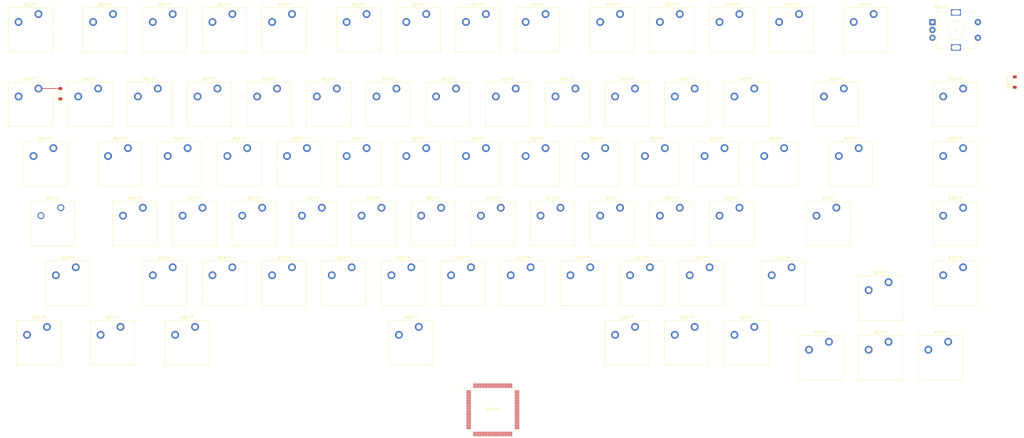
<source format=kicad_pcb>
(kicad_pcb (version 20240108) (generator "pcbnew") (generator_version "8.0")
  (layers (0 "F.Cu" signal) (31 "B.Cu" signal) (34 "B.Paste" user) (35 "F.Paste" user) (36 "B.SilkS" user "B.Silkscreen") (37 "F.SilkS" user "F.Silkscreen") (38 "B.Mask" user) (39 "F.Mask" user) (44 "Edge.Cuts" user))
  (net 0 "")
  (footprint "PCM_Switch_Keyboard_Cherry_MX:SW_Cherry_MX_PCB_1.00u" (layer "F.Cu") (at 352.425 95.25)
    (property "Reference" "REF**" (at 0 -8 0) (layer "F.SilkS"))
    (property "Value" "SW_Cherry_MX_PCB_1.00u")
    (pad "" np_thru_hole circle (at -5.08 0) (size 1.75 1.75) (drill 1.75) (layers "*.Cu" "*.Mask"))
    (pad "" np_thru_hole circle (at 0 0) (size 4 4) (drill 4) (layers "*.Cu" "*.Mask"))
    (pad "" np_thru_hole circle (at 5.08 0) (size 1.75 1.75) (drill 1.75) (layers "*.Cu" "*.Mask"))
    (pad "1" thru_hole circle (at -3.81 -2.54) (size 2.5 2.5) (drill 1.5) (layers "*.Cu" "*.Mask"))
    (pad "2" thru_hole circle (at 2.54 -5.08) (size 2.5 2.5) (drill 1.5) (layers "*.Cu" "*.Mask"))
  )
  (footprint "PCM_Switch_Keyboard_Cherry_MX:SW_Cherry_MX_PCB_1.00u" (layer "F.Cu") (at 138.1125 71.4375)
    (property "Reference" "REF**" (at 0 -8 0) (layer "F.SilkS"))
    (property "Value" "SW_Cherry_MX_PCB_1.00u")
    (pad "" np_thru_hole circle (at -5.08 0) (size 1.75 1.75) (drill 1.75) (layers "*.Cu" "*.Mask"))
    (pad "" np_thru_hole circle (at 0 0) (size 4 4) (drill 4) (layers "*.Cu" "*.Mask"))
    (pad "" np_thru_hole circle (at 5.08 0) (size 1.75 1.75) (drill 1.75) (layers "*.Cu" "*.Mask"))
    (pad "1" thru_hole circle (at -3.81 -2.54) (size 2.5 2.5) (drill 1.5) (layers "*.Cu" "*.Mask"))
    (pad "2" thru_hole circle (at 2.54 -5.08) (size 2.5 2.5) (drill 1.5) (layers "*.Cu" "*.Mask"))
  )
  (footprint "PCM_Switch_Keyboard_Cherry_MX:SW_Cherry_MX_PCB_1.00u" (layer "F.Cu") (at 219.075 114.3)
    (property "Reference" "REF**" (at 0 -8 0) (layer "F.SilkS"))
    (property "Value" "SW_Cherry_MX_PCB_1.00u")
    (pad "" np_thru_hole circle (at -5.08 0) (size 1.75 1.75) (drill 1.75) (layers "*.Cu" "*.Mask"))
    (pad "" np_thru_hole circle (at 0 0) (size 4 4) (drill 4) (layers "*.Cu" "*.Mask"))
    (pad "" np_thru_hole circle (at 5.08 0) (size 1.75 1.75) (drill 1.75) (layers "*.Cu" "*.Mask"))
    (pad "1" thru_hole circle (at -3.81 -2.54) (size 2.5 2.5) (drill 1.5) (layers "*.Cu" "*.Mask"))
    (pad "2" thru_hole circle (at 2.54 -5.08) (size 2.5 2.5) (drill 1.5) (layers "*.Cu" "*.Mask"))
  )
  (footprint "PCM_Switch_Keyboard_Cherry_MX:SW_Cherry_MX_PCB_1.75u" (layer "F.Cu") (at 297.65625 152.4)
    (property "Reference" "REF**" (at 0 -8 0) (layer "F.SilkS"))
    (property "Value" "SW_Cherry_MX_PCB_1.75u")
    (pad "" np_thru_hole circle (at -5.08 0) (size 1.75 1.75) (drill 1.75) (layers "*.Cu" "*.Mask"))
    (pad "" np_thru_hole circle (at 0 0) (size 4 4) (drill 4) (layers "*.Cu" "*.Mask"))
    (pad "" np_thru_hole circle (at 5.08 0) (size 1.75 1.75) (drill 1.75) (layers "*.Cu" "*.Mask"))
    (pad "1" thru_hole circle (at -3.81 -2.54) (size 2.5 2.5) (drill 1.5) (layers "*.Cu" "*.Mask"))
    (pad "2" thru_hole circle (at 2.54 -5.08) (size 2.5 2.5) (drill 1.5) (layers "*.Cu" "*.Mask"))
  )
  (footprint "PCM_Switch_Keyboard_Cherry_MX:SW_Cherry_MX_PCB_1.00u" (layer "F.Cu") (at 276.225 114.3)
    (property "Reference" "REF**" (at 0 -8 0) (layer "F.SilkS"))
    (property "Value" "SW_Cherry_MX_PCB_1.00u")
    (pad "" np_thru_hole circle (at -5.08 0) (size 1.75 1.75) (drill 1.75) (layers "*.Cu" "*.Mask"))
    (pad "" np_thru_hole circle (at 0 0) (size 4 4) (drill 4) (layers "*.Cu" "*.Mask"))
    (pad "" np_thru_hole circle (at 5.08 0) (size 1.75 1.75) (drill 1.75) (layers "*.Cu" "*.Mask"))
    (pad "1" thru_hole circle (at -3.81 -2.54) (size 2.5 2.5) (drill 1.5) (layers "*.Cu" "*.Mask"))
    (pad "2" thru_hole circle (at 2.54 -5.08) (size 2.5 2.5) (drill 1.5) (layers "*.Cu" "*.Mask"))
  )
  (footprint "PCM_Switch_Keyboard_Cherry_MX:SW_Cherry_MX_PCB_1.00u" (layer "F.Cu") (at 323.85 71.4375)
    (property "Reference" "REF**" (at 0 -8 0) (layer "F.SilkS"))
    (property "Value" "SW_Cherry_MX_PCB_1.00u")
    (pad "" np_thru_hole circle (at -5.08 0) (size 1.75 1.75) (drill 1.75) (layers "*.Cu" "*.Mask"))
    (pad "" np_thru_hole circle (at 0 0) (size 4 4) (drill 4) (layers "*.Cu" "*.Mask"))
    (pad "" np_thru_hole circle (at 5.08 0) (size 1.75 1.75) (drill 1.75) (layers "*.Cu" "*.Mask"))
    (pad "1" thru_hole circle (at -3.81 -2.54) (size 2.5 2.5) (drill 1.5) (layers "*.Cu" "*.Mask"))
    (pad "2" thru_hole circle (at 2.54 -5.08) (size 2.5 2.5) (drill 1.5) (layers "*.Cu" "*.Mask"))
  )
  (footprint "PCM_Switch_Keyboard_Cherry_MX:SW_Cherry_MX_PCB_1.00u" (layer "F.Cu") (at 242.8875 71.4375)
    (property "Reference" "REF**" (at 0 -8 0) (layer "F.SilkS"))
    (property "Value" "SW_Cherry_MX_PCB_1.00u")
    (pad "" np_thru_hole circle (at -5.08 0) (size 1.75 1.75) (drill 1.75) (layers "*.Cu" "*.Mask"))
    (pad "" np_thru_hole circle (at 0 0) (size 4 4) (drill 4) (layers "*.Cu" "*.Mask"))
    (pad "" np_thru_hole circle (at 5.08 0) (size 1.75 1.75) (drill 1.75) (layers "*.Cu" "*.Mask"))
    (pad "1" thru_hole circle (at -3.81 -2.54) (size 2.5 2.5) (drill 1.5) (layers "*.Cu" "*.Mask"))
    (pad "2" thru_hole circle (at 2.54 -5.08) (size 2.5 2.5) (drill 1.5) (layers "*.Cu" "*.Mask"))
  )
  (footprint "PCM_Switch_Keyboard_Cherry_MX:SW_Cherry_MX_PCB_1.00u" (layer "F.Cu") (at 219.075 71.4375)
    (property "Reference" "REF**" (at 0 -8 0) (layer "F.SilkS"))
    (property "Value" "SW_Cherry_MX_PCB_1.00u")
    (pad "" np_thru_hole circle (at -5.08 0) (size 1.75 1.75) (drill 1.75) (layers "*.Cu" "*.Mask"))
    (pad "" np_thru_hole circle (at 0 0) (size 4 4) (drill 4) (layers "*.Cu" "*.Mask"))
    (pad "" np_thru_hole circle (at 5.08 0) (size 1.75 1.75) (drill 1.75) (layers "*.Cu" "*.Mask"))
    (pad "1" thru_hole circle (at -3.81 -2.54) (size 2.5 2.5) (drill 1.5) (layers "*.Cu" "*.Mask"))
    (pad "2" thru_hole circle (at 2.54 -5.08) (size 2.5 2.5) (drill 1.5) (layers "*.Cu" "*.Mask"))
  )
  (footprint "PCM_Switch_Keyboard_Cherry_MX:SW_Cherry_MX_PCB_1.00u" (layer "F.Cu") (at 95.25 95.25)
    (property "Reference" "REF**" (at 0 -8 0) (layer "F.SilkS"))
    (property "Value" "SW_Cherry_MX_PCB_1.00u")
    (pad "" np_thru_hole circle (at -5.08 0) (size 1.75 1.75) (drill 1.75) (layers "*.Cu" "*.Mask"))
    (pad "" np_thru_hole circle (at 0 0) (size 4 4) (drill 4) (layers "*.Cu" "*.Mask"))
    (pad "" np_thru_hole circle (at 5.08 0) (size 1.75 1.75) (drill 1.75) (layers "*.Cu" "*.Mask"))
    (pad "1" thru_hole circle (at -3.81 -2.54) (size 2.5 2.5) (drill 1.5) (layers "*.Cu" "*.Mask"))
    (pad "2" thru_hole circle (at 2.54 -5.08) (size 2.5 2.5) (drill 1.5) (layers "*.Cu" "*.Mask"))
  )
  (footprint "PCM_Switch_Keyboard_Cherry_MX:SW_Cherry_MX_PCB_1.00u" (layer "F.Cu") (at 133.35 95.25)
    (property "Reference" "REF**" (at 0 -8 0) (layer "F.SilkS"))
    (property "Value" "SW_Cherry_MX_PCB_1.00u")
    (pad "" np_thru_hole circle (at -5.08 0) (size 1.75 1.75) (drill 1.75) (layers "*.Cu" "*.Mask"))
    (pad "" np_thru_hole circle (at 0 0) (size 4 4) (drill 4) (layers "*.Cu" "*.Mask"))
    (pad "" np_thru_hole circle (at 5.08 0) (size 1.75 1.75) (drill 1.75) (layers "*.Cu" "*.Mask"))
    (pad "1" thru_hole circle (at -3.81 -2.54) (size 2.5 2.5) (drill 1.5) (layers "*.Cu" "*.Mask"))
    (pad "2" thru_hole circle (at 2.54 -5.08) (size 2.5 2.5) (drill 1.5) (layers "*.Cu" "*.Mask"))
  )
  (footprint "PCM_Switch_Keyboard_Cherry_MX:SW_Cherry_MX_PCB_1.50u" (layer "F.Cu") (at 319.0875 114.3)
    (property "Reference" "REF**" (at 0 -8 0) (layer "F.SilkS"))
    (property "Value" "SW_Cherry_MX_PCB_1.50u")
    (pad "" np_thru_hole circle (at -5.08 0) (size 1.75 1.75) (drill 1.75) (layers "*.Cu" "*.Mask"))
    (pad "" np_thru_hole circle (at 0 0) (size 4 4) (drill 4) (layers "*.Cu" "*.Mask"))
    (pad "" np_thru_hole circle (at 5.08 0) (size 1.75 1.75) (drill 1.75) (layers "*.Cu" "*.Mask"))
    (pad "1" thru_hole circle (at -3.81 -2.54) (size 2.5 2.5) (drill 1.5) (layers "*.Cu" "*.Mask"))
    (pad "2" thru_hole circle (at 2.54 -5.08) (size 2.5 2.5) (drill 1.5) (layers "*.Cu" "*.Mask"))
  )
  (footprint "PCM_Switch_Keyboard_Cherry_MX:SW_Cherry_MX_PCB_1.00u" (layer "F.Cu") (at 285.75 95.25)
    (property "Reference" "REF**" (at 0 -8 0) (layer "F.SilkS"))
    (property "Value" "SW_Cherry_MX_PCB_1.00u")
    (pad "" np_thru_hole circle (at -5.08 0) (size 1.75 1.75) (drill 1.75) (layers "*.Cu" "*.Mask"))
    (pad "" np_thru_hole circle (at 0 0) (size 4 4) (drill 4) (layers "*.Cu" "*.Mask"))
    (pad "" np_thru_hole circle (at 5.08 0) (size 1.75 1.75) (drill 1.75) (layers "*.Cu" "*.Mask"))
    (pad "1" thru_hole circle (at -3.81 -2.54) (size 2.5 2.5) (drill 1.5) (layers "*.Cu" "*.Mask"))
    (pad "2" thru_hole circle (at 2.54 -5.08) (size 2.5 2.5) (drill 1.5) (layers "*.Cu" "*.Mask"))
  )
  (footprint "PCM_Switch_Keyboard_Cherry_MX:SW_Cherry_MX_PCB_1.00u" (layer "F.Cu") (at 247.65 95.25)
    (property "Reference" "REF**" (at 0 -8 0) (layer "F.SilkS"))
    (property "Value" "SW_Cherry_MX_PCB_1.00u")
    (pad "" np_thru_hole circle (at -5.08 0) (size 1.75 1.75) (drill 1.75) (layers "*.Cu" "*.Mask"))
    (pad "" np_thru_hole circle (at 0 0) (size 4 4) (drill 4) (layers "*.Cu" "*.Mask"))
    (pad "" np_thru_hole circle (at 5.08 0) (size 1.75 1.75) (drill 1.75) (layers "*.Cu" "*.Mask"))
    (pad "1" thru_hole circle (at -3.81 -2.54) (size 2.5 2.5) (drill 1.5) (layers "*.Cu" "*.Mask"))
    (pad "2" thru_hole circle (at 2.54 -5.08) (size 2.5 2.5) (drill 1.5) (layers "*.Cu" "*.Mask"))
  )
  (footprint "PCM_Switch_Keyboard_Cherry_MX:SW_Cherry_MX_PCB_1.00u" (layer "F.Cu") (at 328.6125 157.1625)
    (property "Reference" "REF**" (at 0 -8 0) (layer "F.SilkS"))
    (property "Value" "SW_Cherry_MX_PCB_1.00u")
    (pad "" np_thru_hole circle (at -5.08 0) (size 1.75 1.75) (drill 1.75) (layers "*.Cu" "*.Mask"))
    (pad "" np_thru_hole circle (at 0 0) (size 4 4) (drill 4) (layers "*.Cu" "*.Mask"))
    (pad "" np_thru_hole circle (at 5.08 0) (size 1.75 1.75) (drill 1.75) (layers "*.Cu" "*.Mask"))
    (pad "1" thru_hole circle (at -3.81 -2.54) (size 2.5 2.5) (drill 1.5) (layers "*.Cu" "*.Mask"))
    (pad "2" thru_hole circle (at 2.54 -5.08) (size 2.5 2.5) (drill 1.5) (layers "*.Cu" "*.Mask"))
  )
  (footprint "PCM_Switch_Keyboard_Cherry_MX:SW_Cherry_MX_PCB_1.00u" (layer "F.Cu") (at 190.5 95.25)
    (property "Reference" "REF**" (at 0 -8 0) (layer "F.SilkS"))
    (property "Value" "SW_Cherry_MX_PCB_1.00u")
    (pad "" np_thru_hole circle (at -5.08 0) (size 1.75 1.75) (drill 1.75) (layers "*.Cu" "*.Mask"))
    (pad "" np_thru_hole circle (at 0 0) (size 4 4) (drill 4) (layers "*.Cu" "*.Mask"))
    (pad "" np_thru_hole circle (at 5.08 0) (size 1.75 1.75) (drill 1.75) (layers "*.Cu" "*.Mask"))
    (pad "1" thru_hole circle (at -3.81 -2.54) (size 2.5 2.5) (drill 1.5) (layers "*.Cu" "*.Mask"))
    (pad "2" thru_hole circle (at 2.54 -5.08) (size 2.5 2.5) (drill 1.5) (layers "*.Cu" "*.Mask"))
  )
  (footprint "PCM_Switch_Keyboard_Cherry_MX:SW_Cherry_MX_PCB_1.00u" (layer "F.Cu") (at 178.59375 171.45)
    (property "Reference" "REF**" (at 0 -8 0) (layer "F.SilkS"))
    (property "Value" "SW_Cherry_MX_PCB_1.00u")
    (pad "" np_thru_hole circle (at -5.08 0) (size 1.75 1.75) (drill 1.75) (layers "*.Cu" "*.Mask"))
    (pad "" np_thru_hole circle (at 0 0) (size 4 4) (drill 4) (layers "*.Cu" "*.Mask"))
    (pad "" np_thru_hole circle (at 5.08 0) (size 1.75 1.75) (drill 1.75) (layers "*.Cu" "*.Mask"))
    (pad "1" thru_hole circle (at -3.81 -2.54) (size 2.5 2.5) (drill 1.5) (layers "*.Cu" "*.Mask"))
    (pad "2" thru_hole circle (at 2.54 -5.08) (size 2.5 2.5) (drill 1.5) (layers "*.Cu" "*.Mask"))
  )
  (footprint "PCM_Switch_Keyboard_Cherry_MX:SW_Cherry_MX_PCB_1.00u" (layer "F.Cu") (at 161.925 71.4375)
    (property "Reference" "REF**" (at 0 -8 0) (layer "F.SilkS"))
    (property "Value" "SW_Cherry_MX_PCB_1.00u")
    (pad "" np_thru_hole circle (at -5.08 0) (size 1.75 1.75) (drill 1.75) (layers "*.Cu" "*.Mask"))
    (pad "" np_thru_hole circle (at 0 0) (size 4 4) (drill 4) (layers "*.Cu" "*.Mask"))
    (pad "" np_thru_hole circle (at 5.08 0) (size 1.75 1.75) (drill 1.75) (layers "*.Cu" "*.Mask"))
    (pad "1" thru_hole circle (at -3.81 -2.54) (size 2.5 2.5) (drill 1.5) (layers "*.Cu" "*.Mask"))
    (pad "2" thru_hole circle (at 2.54 -5.08) (size 2.5 2.5) (drill 1.5) (layers "*.Cu" "*.Mask"))
  )
  (footprint "PCM_Switch_Keyboard_Cherry_MX:SW_Cherry_MX_PCB_1.00u" (layer "F.Cu") (at 185.7375 133.35)
    (property "Reference" "REF**" (at 0 -8 0) (layer "F.SilkS"))
    (property "Value" "SW_Cherry_MX_PCB_1.00u")
    (pad "" np_thru_hole circle (at -5.08 0) (size 1.75 1.75) (drill 1.75) (layers "*.Cu" "*.Mask"))
    (pad "" np_thru_hole circle (at 0 0) (size 4 4) (drill 4) (layers "*.Cu" "*.Mask"))
    (pad "" np_thru_hole circle (at 5.08 0) (size 1.75 1.75) (drill 1.75) (layers "*.Cu" "*.Mask"))
    (pad "1" thru_hole circle (at -3.81 -2.54) (size 2.5 2.5) (drill 1.5) (layers "*.Cu" "*.Mask"))
    (pad "2" thru_hole circle (at 2.54 -5.08) (size 2.5 2.5) (drill 1.5) (layers "*.Cu" "*.Mask"))
  )
  (footprint "PCM_Switch_Keyboard_Cherry_MX:SW_Cherry_MX_PCB_1.00u" (layer "F.Cu") (at 300.0375 71.4375)
    (property "Reference" "REF**" (at 0 -8 0) (layer "F.SilkS"))
    (property "Value" "SW_Cherry_MX_PCB_1.00u")
    (pad "" np_thru_hole circle (at -5.08 0) (size 1.75 1.75) (drill 1.75) (layers "*.Cu" "*.Mask"))
    (pad "" np_thru_hole circle (at 0 0) (size 4 4) (drill 4) (layers "*.Cu" "*.Mask"))
    (pad "" np_thru_hole circle (at 5.08 0) (size 1.75 1.75) (drill 1.75) (layers "*.Cu" "*.Mask"))
    (pad "1" thru_hole circle (at -3.81 -2.54) (size 2.5 2.5) (drill 1.5) (layers "*.Cu" "*.Mask"))
    (pad "2" thru_hole circle (at 2.54 -5.08) (size 2.5 2.5) (drill 1.5) (layers "*.Cu" "*.Mask"))
  )
  (footprint "PCM_Switch_Keyboard_Cherry_MX:SW_Cherry_MX_PCB_1.00u" (layer "F.Cu") (at 228.6 95.25)
    (property "Reference" "REF**" (at 0 -8 0) (layer "F.SilkS"))
    (property "Value" "SW_Cherry_MX_PCB_1.00u")
    (pad "" np_thru_hole circle (at -5.08 0) (size 1.75 1.75) (drill 1.75) (layers "*.Cu" "*.Mask"))
    (pad "" np_thru_hole circle (at 0 0) (size 4 4) (drill 4) (layers "*.Cu" "*.Mask"))
    (pad "" np_thru_hole circle (at 5.08 0) (size 1.75 1.75) (drill 1.75) (layers "*.Cu" "*.Mask"))
    (pad "1" thru_hole circle (at -3.81 -2.54) (size 2.5 2.5) (drill 1.5) (layers "*.Cu" "*.Mask"))
    (pad "2" thru_hole circle (at 2.54 -5.08) (size 2.5 2.5) (drill 1.5) (layers "*.Cu" "*.Mask"))
  )
  (footprint "PCM_Switch_Keyboard_Cherry_MX:SW_Cherry_MX_PCB_1.00u" (layer "F.Cu") (at 328.6125 176.2125)
    (property "Reference" "REF**" (at 0 -8 0) (layer "F.SilkS"))
    (property "Value" "SW_Cherry_MX_PCB_1.00u")
    (pad "" np_thru_hole circle (at -5.08 0) (size 1.75 1.75) (drill 1.75) (layers "*.Cu" "*.Mask"))
    (pad "" np_thru_hole circle (at 0 0) (size 4 4) (drill 4) (layers "*.Cu" "*.Mask"))
    (pad "" np_thru_hole circle (at 5.08 0) (size 1.75 1.75) (drill 1.75) (layers "*.Cu" "*.Mask"))
    (pad "1" thru_hole circle (at -3.81 -2.54) (size 2.5 2.5) (drill 1.5) (layers "*.Cu" "*.Mask"))
    (pad "2" thru_hole circle (at 2.54 -5.08) (size 2.5 2.5) (drill 1.5) (layers "*.Cu" "*.Mask"))
  )
  (footprint "PCM_Switch_Keyboard_Cherry_MX:SW_Cherry_MX_PCB_1.00u" (layer "F.Cu") (at 204.7875 133.35)
    (property "Reference" "REF**" (at 0 -8 0) (layer "F.SilkS"))
    (property "Value" "SW_Cherry_MX_PCB_1.00u")
    (pad "" np_thru_hole circle (at -5.08 0) (size 1.75 1.75) (drill 1.75) (layers "*.Cu" "*.Mask"))
    (pad "" np_thru_hole circle (at 0 0) (size 4 4) (drill 4) (layers "*.Cu" "*.Mask"))
    (pad "" np_thru_hole circle (at 5.08 0) (size 1.75 1.75) (drill 1.75) (layers "*.Cu" "*.Mask"))
    (pad "1" thru_hole circle (at -3.81 -2.54) (size 2.5 2.5) (drill 1.5) (layers "*.Cu" "*.Mask"))
    (pad "2" thru_hole circle (at 2.54 -5.08) (size 2.5 2.5) (drill 1.5) (layers "*.Cu" "*.Mask"))
  )
  (footprint "PCM_Switch_Keyboard_Cherry_MX:SW_Cherry_MX_PCB_1.00u" (layer "F.Cu") (at 119.0625 71.4375)
    (property "Reference" "REF**" (at 0 -8 0) (layer "F.SilkS"))
    (property "Value" "SW_Cherry_MX_PCB_1.00u")
    (pad "" np_thru_hole circle (at -5.08 0) (size 1.75 1.75) (drill 1.75) (layers "*.Cu" "*.Mask"))
    (pad "" np_thru_hole circle (at 0 0) (size 4 4) (drill 4) (layers "*.Cu" "*.Mask"))
    (pad "" np_thru_hole circle (at 5.08 0) (size 1.75 1.75) (drill 1.75) (layers "*.Cu" "*.Mask"))
    (pad "1" thru_hole circle (at -3.81 -2.54) (size 2.5 2.5) (drill 1.5) (layers "*.Cu" "*.Mask"))
    (pad "2" thru_hole circle (at 2.54 -5.08) (size 2.5 2.5) (drill 1.5) (layers "*.Cu" "*.Mask"))
  )
  (footprint "PCM_Switch_Keyboard_Cherry_MX:SW_Cherry_MX_PCB_1.00u" (layer "F.Cu") (at 128.5875 133.35)
    (property "Reference" "REF**" (at 0 -8 0) (layer "F.SilkS"))
    (property "Value" "SW_Cherry_MX_PCB_1.00u")
    (pad "" np_thru_hole circle (at -5.08 0) (size 1.75 1.75) (drill 1.75) (layers "*.Cu" "*.Mask"))
    (pad "" np_thru_hole circle (at 0 0) (size 4 4) (drill 4) (layers "*.Cu" "*.Mask"))
    (pad "" np_thru_hole circle (at 5.08 0) (size 1.75 1.75) (drill 1.75) (layers "*.Cu" "*.Mask"))
    (pad "1" thru_hole circle (at -3.81 -2.54) (size 2.5 2.5) (drill 1.5) (layers "*.Cu" "*.Mask"))
    (pad "2" thru_hole circle (at 2.54 -5.08) (size 2.5 2.5) (drill 1.5) (layers "*.Cu" "*.Mask"))
  )
  (footprint "PCM_Switch_Keyboard_Cherry_MX:SW_Cherry_MX_PCB_1.00u" (layer "F.Cu") (at 295.275 114.3)
    (property "Reference" "REF**" (at 0 -8 0) (layer "F.SilkS"))
    (property "Value" "SW_Cherry_MX_PCB_1.00u")
    (pad "" np_thru_hole circle (at -5.08 0) (size 1.75 1.75) (drill 1.75) (layers "*.Cu" "*.Mask"))
    (pad "" np_thru_hole circle (at 0 0) (size 4 4) (drill 4) (layers "*.Cu" "*.Mask"))
    (pad "" np_thru_hole circle (at 5.08 0) (size 1.75 1.75) (drill 1.75) (layers "*.Cu" "*.Mask"))
    (pad "1" thru_hole circle (at -3.81 -2.54) (size 2.5 2.5) (drill 1.5) (layers "*.Cu" "*.Mask"))
    (pad "2" thru_hole circle (at 2.54 -5.08) (size 2.5 2.5) (drill 1.5) (layers "*.Cu" "*.Mask"))
  )
  (footprint "Button_Switch_Keyboard:SW_Cherry_MX_1.75u_PCB" (layer "F.Cu") (at 66.83375 128.27)
    (property "Reference" "REF**" (at -2.54 -2.794 0) (layer "F.SilkS"))
    (property "Value" "SW_Cherry_MX_1.75u_PCB")
    (pad "" np_thru_hole circle (at -7.62 5.08) (size 1.7 1.7) (drill 1.7) (layers "*.Cu" "*.Mask"))
    (pad "" np_thru_hole circle (at -2.54 5.08) (size 4 4) (drill 4) (layers "*.Cu" "*.Mask"))
    (pad "" np_thru_hole circle (at 2.54 5.08) (size 1.7 1.7) (drill 1.7) (layers "*.Cu" "*.Mask"))
    (pad "1" thru_hole circle (at 0 0) (size 2.2 2.2) (drill 1.5) (layers "*.Cu" "*.Mask"))
    (pad "2" thru_hole circle (at -6.35 2.54) (size 2.2 2.2) (drill 1.5) (layers "*.Cu" "*.Mask"))
  )
  (footprint "PCM_Switch_Keyboard_Cherry_MX:SW_Cherry_MX_PCB_1.00u" (layer "F.Cu") (at 100.0125 71.4375)
    (property "Reference" "REF**" (at 0 -8 0) (layer "F.SilkS"))
    (property "Value" "SW_Cherry_MX_PCB_1.00u")
    (pad "" np_thru_hole circle (at -5.08 0) (size 1.75 1.75) (drill 1.75) (layers "*.Cu" "*.Mask"))
    (pad "" np_thru_hole circle (at 0 0) (size 4 4) (drill 4) (layers "*.Cu" "*.Mask"))
    (pad "" np_thru_hole circle (at 5.08 0) (size 1.75 1.75) (drill 1.75) (layers "*.Cu" "*.Mask"))
    (pad "1" thru_hole circle (at -3.81 -2.54) (size 2.5 2.5) (drill 1.5) (layers "*.Cu" "*.Mask"))
    (pad "2" thru_hole circle (at 2.54 -5.08) (size 2.5 2.5) (drill 1.5) (layers "*.Cu" "*.Mask"))
  )
  (footprint "PCM_Switch_Keyboard_Cherry_MX:SW_Cherry_MX_PCB_1.00u" (layer "F.Cu") (at 166.6875 133.35)
    (property "Reference" "REF**" (at 0 -8 0) (layer "F.SilkS"))
    (property "Value" "SW_Cherry_MX_PCB_1.00u")
    (pad "" np_thru_hole circle (at -5.08 0) (size 1.75 1.75) (drill 1.75) (layers "*.Cu" "*.Mask"))
    (pad "" np_thru_hole circle (at 0 0) (size 4 4) (drill 4) (layers "*.Cu" "*.Mask"))
    (pad "" np_thru_hole circle (at 5.08 0) (size 1.75 1.75) (drill 1.75) (layers "*.Cu" "*.Mask"))
    (pad "1" thru_hole circle (at -3.81 -2.54) (size 2.5 2.5) (drill 1.5) (layers "*.Cu" "*.Mask"))
    (pad "2" thru_hole circle (at 2.54 -5.08) (size 2.5 2.5) (drill 1.5) (layers "*.Cu" "*.Mask"))
  )
  (footprint "PCM_Switch_Keyboard_Cherry_MX:SW_Cherry_MX_PCB_1.00u" (layer "F.Cu") (at 252.4125 152.4)
    (property "Reference" "REF**" (at 0 -8 0) (layer "F.SilkS"))
    (property "Value" "SW_Cherry_MX_PCB_1.00u")
    (pad "" np_thru_hole circle (at -5.08 0) (size 1.75 1.75) (drill 1.75) (layers "*.Cu" "*.Mask"))
    (pad "" np_thru_hole circle (at 0 0) (size 4 4) (drill 4) (layers "*.Cu" "*.Mask"))
    (pad "" np_thru_hole circle (at 5.08 0) (size 1.75 1.75) (drill 1.75) (layers "*.Cu" "*.Mask"))
    (pad "1" thru_hole circle (at -3.81 -2.54) (size 2.5 2.5) (drill 1.5) (layers "*.Cu" "*.Mask"))
    (pad "2" thru_hole circle (at 2.54 -5.08) (size 2.5 2.5) (drill 1.5) (layers "*.Cu" "*.Mask"))
  )
  (footprint "PCM_Switch_Keyboard_Cherry_MX:SW_Cherry_MX_PCB_1.00u" (layer "F.Cu") (at 180.975 71.4375)
    (property "Reference" "REF**" (at 0 -8 0) (layer "F.SilkS"))
    (property "Value" "SW_Cherry_MX_PCB_1.00u")
    (pad "" np_thru_hole circle (at -5.08 0) (size 1.75 1.75) (drill 1.75) (layers "*.Cu" "*.Mask"))
    (pad "" np_thru_hole circle (at 0 0) (size 4 4) (drill 4) (layers "*.Cu" "*.Mask"))
    (pad "" np_thru_hole circle (at 5.08 0) (size 1.75 1.75) (drill 1.75) (layers "*.Cu" "*.Mask"))
    (pad "1" thru_hole circle (at -3.81 -2.54) (size 2.5 2.5) (drill 1.5) (layers "*.Cu" "*.Mask"))
    (pad "2" thru_hole circle (at 2.54 -5.08) (size 2.5 2.5) (drill 1.5) (layers "*.Cu" "*.Mask"))
  )
  (footprint "PCM_Switch_Keyboard_Cherry_MX:SW_Cherry_MX_PCB_1.00u" (layer "F.Cu") (at 261.9375 133.35)
    (property "Reference" "REF**" (at 0 -8 0) (layer "F.SilkS"))
    (property "Value" "SW_Cherry_MX_PCB_1.00u")
    (pad "" np_thru_hole circle (at -5.08 0) (size 1.75 1.75) (drill 1.75) (layers "*.Cu" "*.Mask"))
    (pad "" np_thru_hole circle (at 0 0) (size 4 4) (drill 4) (layers "*.Cu" "*.Mask"))
    (pad "" np_thru_hole circle (at 5.08 0) (size 1.75 1.75) (drill 1.75) (layers "*.Cu" "*.Mask"))
    (pad "1" thru_hole circle (at -3.81 -2.54) (size 2.5 2.5) (drill 1.5) (layers "*.Cu" "*.Mask"))
    (pad "2" thru_hole circle (at 2.54 -5.08) (size 2.5 2.5) (drill 1.5) (layers "*.Cu" "*.Mask"))
  )
  (footprint "PCM_Switch_Keyboard_Cherry_MX:SW_Cherry_MX_PCB_1.00u" (layer "F.Cu") (at 57.15 95.25)
    (property "Reference" "REF**" (at 0 -8 0) (layer "F.SilkS"))
    (property "Value" "SW_Cherry_MX_PCB_1.00u")
    (pad "" np_thru_hole circle (at -5.08 0) (size 1.75 1.75) (drill 1.75) (layers "*.Cu" "*.Mask"))
    (pad "" np_thru_hole circle (at 0 0) (size 4 4) (drill 4) (layers "*.Cu" "*.Mask"))
    (pad "" np_thru_hole circle (at 5.08 0) (size 1.75 1.75) (drill 1.75) (layers "*.Cu" "*.Mask"))
    (pad "1" thru_hole circle (at -3.81 -2.54) (size 2.5 2.5) (drill 1.5) (layers "*.Cu" "*.Mask"))
    (pad "2" thru_hole circle (at 2.54 -5.08) (size 2.5 2.5) (drill 1.5) (layers "*.Cu" "*.Mask"))
  )
  (footprint "Rotary_Encoder:RotaryEncoder_Alps_EC11E-Switch_Vertical_H20mm" (layer "F.Cu") (at 345.175 68.9375)
    (property "Reference" "REF**" (at 2.8 -4.7 0) (layer "F.SilkS"))
    (property "Value" "RotaryEncoder_Alps_EC11E-Switch_Vertical_H20mm" (hide yes))
    (pad "A" thru_hole rect (at 0 0) (size 2 2) (drill 1) (layers "*.Cu" "*.Mask"))
    (pad "B" thru_hole circle (at 0 5) (size 2 2) (drill 1) (layers "*.Cu" "*.Mask"))
    (pad "C" thru_hole circle (at 0 2.5) (size 2 2) (drill 1) (layers "*.Cu" "*.Mask"))
    (pad "MP" thru_hole rect (at 7.5 -3.1) (size 3.2 2) (drill oval 2.8 1.5) (layers "*.Cu" "*.Mask"))
    (pad "MP" thru_hole rect (at 7.5 8.1) (size 3.2 2) (drill oval 2.8 1.5) (layers "*.Cu" "*.Mask"))
    (pad "S1" thru_hole circle (at 14.5 5) (size 2 2) (drill 1) (layers "*.Cu" "*.Mask"))
    (pad "S2" thru_hole circle (at 14.5 0) (size 2 2) (drill 1) (layers "*.Cu" "*.Mask"))
  )
  (footprint "PCM_Switch_Keyboard_Cherry_MX:SW_Cherry_MX_PCB_1.00u" (layer "F.Cu") (at 100.0125 152.4)
    (property "Reference" "REF**" (at 0 -8 0) (layer "F.SilkS"))
    (property "Value" "SW_Cherry_MX_PCB_1.00u")
    (pad "" np_thru_hole circle (at -5.08 0) (size 1.75 1.75) (drill 1.75) (layers "*.Cu" "*.Mask"))
    (pad "" np_thru_hole circle (at 0 0) (size 4 4) (drill 4) (layers "*.Cu" "*.Mask"))
    (pad "" np_thru_hole circle (at 5.08 0) (size 1.75 1.75) (drill 1.75) (layers "*.Cu" "*.Mask"))
    (pad "1" thru_hole circle (at -3.81 -2.54) (size 2.5 2.5) (drill 1.5) (layers "*.Cu" "*.Mask"))
    (pad "2" thru_hole circle (at 2.54 -5.08) (size 2.5 2.5) (drill 1.5) (layers "*.Cu" "*.Mask"))
  )
  (footprint "PCM_Switch_Keyboard_Cherry_MX:SW_Cherry_MX_PCB_1.00u" (layer "F.Cu") (at 57.15 71.4375)
    (property "Reference" "REF**" (at 0 -8 0) (layer "F.SilkS"))
    (property "Value" "SW_Cherry_MX_PCB_1.00u")
    (pad "" np_thru_hole circle (at -5.08 0) (size 1.75 1.75) (drill 1.75) (layers "*.Cu" "*.Mask"))
    (pad "" np_thru_hole circle (at 0 0) (size 4 4) (drill 4) (layers "*.Cu" "*.Mask"))
    (pad "" np_thru_hole circle (at 5.08 0) (size 1.75 1.75) (drill 1.75) (layers "*.Cu" "*.Mask"))
    (pad "1" thru_hole circle (at -3.81 -2.54) (size 2.5 2.5) (drill 1.5) (layers "*.Cu" "*.Mask"))
    (pad "2" thru_hole circle (at 2.54 -5.08) (size 2.5 2.5) (drill 1.5) (layers "*.Cu" "*.Mask"))
  )
  (footprint "Diode_SMD:D_SOD-123" (layer "F.Cu") (at 66.675 91.82 90)
    (property "Reference" "REF**" (hide yes))
    (property "Value" "D_SOD-123" (hide yes))
    (pad "1" smd roundrect (at -1.65 0 90) (size 0.9 1.2) (layers "F.Cu" "F.Paste" "F.Mask"))
    (pad "2" smd roundrect (at 1.65 0 90) (size 0.9 1.2) (layers "F.Cu" "F.Paste" "F.Mask"))
  )
  (footprint "PCM_Switch_Keyboard_Cherry_MX:SW_Cherry_MX_PCB_1.00u" (layer "F.Cu") (at 238.125 114.3)
    (property "Reference" "REF**" (at 0 -8 0) (layer "F.SilkS"))
    (property "Value" "SW_Cherry_MX_PCB_1.00u")
    (pad "" np_thru_hole circle (at -5.08 0) (size 1.75 1.75) (drill 1.75) (layers "*.Cu" "*.Mask"))
    (pad "" np_thru_hole circle (at 0 0) (size 4 4) (drill 4) (layers "*.Cu" "*.Mask"))
    (pad "" np_thru_hole circle (at 5.08 0) (size 1.75 1.75) (drill 1.75) (layers "*.Cu" "*.Mask"))
    (pad "1" thru_hole circle (at -3.81 -2.54) (size 2.5 2.5) (drill 1.5) (layers "*.Cu" "*.Mask"))
    (pad "2" thru_hole circle (at 2.54 -5.08) (size 2.5 2.5) (drill 1.5) (layers "*.Cu" "*.Mask"))
  )
  (footprint "PCM_Switch_Keyboard_Cherry_MX:SW_Cherry_MX_PCB_1.00u" (layer "F.Cu") (at 200.025 114.3)
    (property "Reference" "REF**" (at 0 -8 0) (layer "F.SilkS"))
    (property "Value" "SW_Cherry_MX_PCB_1.00u")
    (pad "" np_thru_hole circle (at -5.08 0) (size 1.75 1.75) (drill 1.75) (layers "*.Cu" "*.Mask"))
    (pad "" np_thru_hole circle (at 0 0) (size 4 4) (drill 4) (layers "*.Cu" "*.Mask"))
    (pad "" np_thru_hole circle (at 5.08 0) (size 1.75 1.75) (drill 1.75) (layers "*.Cu" "*.Mask"))
    (pad "1" thru_hole circle (at -3.81 -2.54) (size 2.5 2.5) (drill 1.5) (layers "*.Cu" "*.Mask"))
    (pad "2" thru_hole circle (at 2.54 -5.08) (size 2.5 2.5) (drill 1.5) (layers "*.Cu" "*.Mask"))
  )
  (footprint "PCM_Switch_Keyboard_Cherry_MX:SW_Cherry_MX_PCB_1.00u" (layer "F.Cu") (at 161.925 114.3)
    (property "Reference" "REF**" (at 0 -8 0) (layer "F.SilkS"))
    (property "Value" "SW_Cherry_MX_PCB_1.00u")
    (pad "" np_thru_hole circle (at -5.08 0) (size 1.75 1.75) (drill 1.75) (layers "*.Cu" "*.Mask"))
    (pad "" np_thru_hole circle (at 0 0) (size 4 4) (drill 4) (layers "*.Cu" "*.Mask"))
    (pad "" np_thru_hole circle (at 5.08 0) (size 1.75 1.75) (drill 1.75) (layers "*.Cu" "*.Mask"))
    (pad "1" thru_hole circle (at -3.81 -2.54) (size 2.5 2.5) (drill 1.5) (layers "*.Cu" "*.Mask"))
    (pad "2" thru_hole circle (at 2.54 -5.08) (size 2.5 2.5) (drill 1.5) (layers "*.Cu" "*.Mask"))
  )
  (footprint "PCM_Switch_Keyboard_Cherry_MX:SW_Cherry_MX_PCB_1.00u" (layer "F.Cu") (at 209.55 95.25)
    (property "Reference" "REF**" (at 0 -8 0) (layer "F.SilkS"))
    (property "Value" "SW_Cherry_MX_PCB_1.00u")
    (pad "" np_thru_hole circle (at -5.08 0) (size 1.75 1.75) (drill 1.75) (layers "*.Cu" "*.Mask"))
    (pad "" np_thru_hole circle (at 0 0) (size 4 4) (drill 4) (layers "*.Cu" "*.Mask"))
    (pad "" np_thru_hole circle (at 5.08 0) (size 1.75 1.75) (drill 1.75) (layers "*.Cu" "*.Mask"))
    (pad "1" thru_hole circle (at -3.81 -2.54) (size 2.5 2.5) (drill 1.5) (layers "*.Cu" "*.Mask"))
    (pad "2" thru_hole circle (at 2.54 -5.08) (size 2.5 2.5) (drill 1.5) (layers "*.Cu" "*.Mask"))
  )
  (footprint "PCM_Switch_Keyboard_Cherry_MX:SW_Cherry_MX_PCB_1.00u" (layer "F.Cu") (at 114.3 95.25)
    (property "Reference" "REF**" (at 0 -8 0) (layer "F.SilkS"))
    (property "Value" "SW_Cherry_MX_PCB_1.00u")
    (pad "" np_thru_hole circle (at -5.08 0) (size 1.75 1.75) (drill 1.75) (layers "*.Cu" "*.Mask"))
    (pad "" np_thru_hole circle (at 0 0) (size 4 4) (drill 4) (layers "*.Cu" "*.Mask"))
    (pad "" np_thru_hole circle (at 5.08 0) (size 1.75 1.75) (drill 1.75) (layers "*.Cu" "*.Mask"))
    (pad "1" thru_hole circle (at -3.81 -2.54) (size 2.5 2.5) (drill 1.5) (layers "*.Cu" "*.Mask"))
    (pad "2" thru_hole circle (at 2.54 -5.08) (size 2.5 2.5) (drill 1.5) (layers "*.Cu" "*.Mask"))
  )
  (footprint "PCM_Switch_Keyboard_Cherry_MX:SW_Cherry_MX_PCB_1.00u" (layer "F.Cu") (at 223.8375 133.35)
    (property "Reference" "REF**" (at 0 -8 0) (layer "F.SilkS"))
    (property "Value" "SW_Cherry_MX_PCB_1.00u")
    (pad "" np_thru_hole circle (at -5.08 0) (size 1.75 1.75) (drill 1.75) (layers "*.Cu" "*.Mask"))
    (pad "" np_thru_hole circle (at 0 0) (size 4 4) (drill 4) (layers "*.Cu" "*.Mask"))
    (pad "" np_thru_hole circle (at 5.08 0) (size 1.75 1.75) (drill 1.75) (layers "*.Cu" "*.Mask"))
    (pad "1" thru_hole circle (at -3.81 -2.54) (size 2.5 2.5) (drill 1.5) (layers "*.Cu" "*.Mask"))
    (pad "2" thru_hole circle (at 2.54 -5.08) (size 2.5 2.5) (drill 1.5) (layers "*.Cu" "*.Mask"))
  )
  (footprint "PCM_Switch_Keyboard_Cherry_MX:SW_Cherry_MX_PCB_1.00u" (layer "F.Cu") (at 352.425 114.3)
    (property "Reference" "REF**" (at 0 -8 0) (layer "F.SilkS"))
    (property "Value" "SW_Cherry_MX_PCB_1.00u")
    (pad "" np_thru_hole circle (at -5.08 0) (size 1.75 1.75) (drill 1.75) (layers "*.Cu" "*.Mask"))
    (pad "" np_thru_hole circle (at 0 0) (size 4 4) (drill 4) (layers "*.Cu" "*.Mask"))
    (pad "" np_thru_hole circle (at 5.08 0) (size 1.75 1.75) (drill 1.75) (layers "*.Cu" "*.Mask"))
    (pad "1" thru_hole circle (at -3.81 -2.54) (size 2.5 2.5) (drill 1.5) (layers "*.Cu" "*.Mask"))
    (pad "2" thru_hole circle (at 2.54 -5.08) (size 2.5 2.5) (drill 1.5) (layers "*.Cu" "*.Mask"))
  )
  (footprint "PCM_Switch_Keyboard_Cherry_MX:SW_Cherry_MX_PCB_1.00u" (layer "F.Cu") (at 180.975 114.3)
    (property "Reference" "REF**" (at 0 -8 0) (layer "F.SilkS"))
    (property "Value" "SW_Cherry_MX_PCB_1.00u")
    (pad "" np_thru_hole circle (at -5.08 0) (size 1.75 1.75) (drill 1.75) (layers "*.Cu" "*.Mask"))
    (pad "" np_thru_hole circle (at 0 0) (size 4 4) (drill 4) (layers "*.Cu" "*.Mask"))
    (pad "" np_thru_hole circle (at 5.08 0) (size 1.75 1.75) (drill 1.75) (layers "*.Cu" "*.Mask"))
    (pad "1" thru_hole circle (at -3.81 -2.54) (size 2.5 2.5) (drill 1.5) (layers "*.Cu" "*.Mask"))
    (pad "2" thru_hole circle (at 2.54 -5.08) (size 2.5 2.5) (drill 1.5) (layers "*.Cu" "*.Mask"))
  )
  (footprint "PCM_Switch_Keyboard_Cherry_MX:SW_Cherry_MX_PCB_1.00u" (layer "F.Cu") (at 171.45 95.25)
    (property "Reference" "REF**" (at 0 -8 0) (layer "F.SilkS"))
    (property "Value" "SW_Cherry_MX_PCB_1.00u")
    (pad "" np_thru_hole circle (at -5.08 0) (size 1.75 1.75) (drill 1.75) (layers "*.Cu" "*.Mask"))
    (pad "" np_thru_hole circle (at 0 0) (size 4 4) (drill 4) (layers "*.Cu" "*.Mask"))
    (pad "" np_thru_hole circle (at 5.08 0) (size 1.75 1.75) (drill 1.75) (layers "*.Cu" "*.Mask"))
    (pad "1" thru_hole circle (at -3.81 -2.54) (size 2.5 2.5) (drill 1.5) (layers "*.Cu" "*.Mask"))
    (pad "2" thru_hole circle (at 2.54 -5.08) (size 2.5 2.5) (drill 1.5) (layers "*.Cu" "*.Mask"))
  )
  (footprint "PCM_Switch_Keyboard_Cherry_MX:SW_Cherry_MX_PCB_1.00u" (layer "F.Cu") (at 266.7 95.25)
    (property "Reference" "REF**" (at 0 -8 0) (layer "F.SilkS"))
    (property "Value" "SW_Cherry_MX_PCB_1.00u")
    (pad "" np_thru_hole circle (at -5.08 0) (size 1.75 1.75) (drill 1.75) (layers "*.Cu" "*.Mask"))
    (pad "" np_thru_hole circle (at 0 0) (size 4 4) (drill 4) (layers "*.Cu" "*.Mask"))
    (pad "" np_thru_hole circle (at 5.08 0) (size 1.75 1.75) (drill 1.75) (layers "*.Cu" "*.Mask"))
    (pad "1" thru_hole circle (at -3.81 -2.54) (size 2.5 2.5) (drill 1.5) (layers "*.Cu" "*.Mask"))
    (pad "2" thru_hole circle (at 2.54 -5.08) (size 2.5 2.5) (drill 1.5) (layers "*.Cu" "*.Mask"))
  )
  (footprint "PCM_marbastlib-mx:STAB_MX_2u" (layer "F.Cu") (at 314.325 95.25)
    (property "Reference" "REF**" (hide yes))
    (property "Value" "STAB_MX_2u")
    (pad "" np_thru_hole circle (at -11.90625 -6.985) (size 3.048 3.048) (drill 3.048) (layers "*.Cu" "*.Mask"))
    (pad "" np_thru_hole circle (at -11.90625 8.255) (size 3.9878 3.9878) (drill 3.9878) (layers "*.Cu" "*.Mask"))
    (pad "" np_thru_hole circle (at 11.90625 -6.985) (size 3.048 3.048) (drill 3.048) (layers "*.Cu" "*.Mask"))
    (pad "" np_thru_hole circle (at 11.90625 8.255) (size 3.9878 3.9878) (drill 3.9878) (layers "*.Cu" "*.Mask"))
  )
  (footprint "PCM_Switch_Keyboard_Cherry_MX:SW_Cherry_MX_PCB_1.00u" (layer "F.Cu") (at 147.6375 133.35)
    (property "Reference" "REF**" (at 0 -8 0) (layer "F.SilkS"))
    (property "Value" "SW_Cherry_MX_PCB_1.00u")
    (pad "" np_thru_hole circle (at -5.08 0) (size 1.75 1.75) (drill 1.75) (layers "*.Cu" "*.Mask"))
    (pad "" np_thru_hole circle (at 0 0) (size 4 4) (drill 4) (layers "*.Cu" "*.Mask"))
    (pad "" np_thru_hole circle (at 5.08 0) (size 1.75 1.75) (drill 1.75) (layers "*.Cu" "*.Mask"))
    (pad "1" thru_hole circle (at -3.81 -2.54) (size 2.5 2.5) (drill 1.5) (layers "*.Cu" "*.Mask"))
    (pad "2" thru_hole circle (at 2.54 -5.08) (size 2.5 2.5) (drill 1.5) (layers "*.Cu" "*.Mask"))
  )
  (footprint "PCM_marbastlib-mx:STAB_MX_6.25u" (layer "F.Cu") (at 178.59375 171.45)
    (property "Reference" "REF**" (hide yes))
    (property "Value" "STAB_MX_6.25u")
    (pad "" np_thru_hole circle (at -50.00625 -6.985) (size 3.048 3.048) (drill 3.048) (layers "*.Cu" "*.Mask"))
    (pad "" np_thru_hole circle (at -50.00625 8.255) (size 3.9878 3.9878) (drill 3.9878) (layers "*.Cu" "*.Mask"))
    (pad "" np_thru_hole circle (at 50.00625 -6.985) (size 3.048 3.048) (drill 3.048) (layers "*.Cu" "*.Mask"))
    (pad "" np_thru_hole circle (at 50.00625 8.255) (size 3.9878 3.9878) (drill 3.9878) (layers "*.Cu" "*.Mask"))
  )
  (footprint "PCM_Switch_Keyboard_Cherry_MX:SW_Cherry_MX_PCB_1.00u" (layer "F.Cu") (at 90.4875 133.35)
    (property "Reference" "REF**" (at 0 -8 0) (layer "F.SilkS"))
    (property "Value" "SW_Cherry_MX_PCB_1.00u")
    (pad "" np_thru_hole circle (at -5.08 0) (size 1.75 1.75) (drill 1.75) (layers "*.Cu" "*.Mask"))
    (pad "" np_thru_hole circle (at 0 0) (size 4 4) (drill 4) (layers "*.Cu" "*.Mask"))
    (pad "" np_thru_hole circle (at 5.08 0) (size 1.75 1.75) (drill 1.75) (layers "*.Cu" "*.Mask"))
    (pad "1" thru_hole circle (at -3.81 -2.54) (size 2.5 2.5) (drill 1.5) (layers "*.Cu" "*.Mask"))
    (pad "2" thru_hole circle (at 2.54 -5.08) (size 2.5 2.5) (drill 1.5) (layers "*.Cu" "*.Mask"))
  )
  (footprint "PCM_Switch_Keyboard_Cherry_MX:SW_Cherry_MX_PCB_1.00u" (layer "F.Cu") (at 119.0625 152.4)
    (property "Reference" "REF**" (at 0 -8 0) (layer "F.SilkS"))
    (property "Value" "SW_Cherry_MX_PCB_1.00u")
    (pad "" np_thru_hole circle (at -5.08 0) (size 1.75 1.75) (drill 1.75) (layers "*.Cu" "*.Mask"))
    (pad "" np_thru_hole circle (at 0 0) (size 4 4) (drill 4) (layers "*.Cu" "*.Mask"))
    (pad "" np_thru_hole circle (at 5.08 0) (size 1.75 1.75) (drill 1.75) (layers "*.Cu" "*.Mask"))
    (pad "1" thru_hole circle (at -3.81 -2.54) (size 2.5 2.5) (drill 1.5) (layers "*.Cu" "*.Mask"))
    (pad "2" thru_hole circle (at 2.54 -5.08) (size 2.5 2.5) (drill 1.5) (layers "*.Cu" "*.Mask"))
  )
  (footprint "PCM_Switch_Keyboard_Cherry_MX:SW_Cherry_MX_PCB_1.00u" (layer "F.Cu") (at 247.65 171.45)
    (property "Reference" "REF**" (at 0 -8 0) (layer "F.SilkS"))
    (property "Value" "SW_Cherry_MX_PCB_1.00u")
    (pad "" np_thru_hole circle (at -5.08 0) (size 1.75 1.75) (drill 1.75) (layers "*.Cu" "*.Mask"))
    (pad "" np_thru_hole circle (at 0 0) (size 4 4) (drill 4) (layers "*.Cu" "*.Mask"))
    (pad "" np_thru_hole circle (at 5.08 0) (size 1.75 1.75) (drill 1.75) (layers "*.Cu" "*.Mask"))
    (pad "1" thru_hole circle (at -3.81 -2.54) (size 2.5 2.5) (drill 1.5) (layers "*.Cu" "*.Mask"))
    (pad "2" thru_hole circle (at 2.54 -5.08) (size 2.5 2.5) (drill 1.5) (layers "*.Cu" "*.Mask"))
  )
  (footprint "PCM_Switch_Keyboard_Cherry_MX:SW_Cherry_MX_PCB_1.00u" (layer "F.Cu") (at 123.825 114.3)
    (property "Reference" "REF**" (at 0 -8 0) (layer "F.SilkS"))
    (property "Value" "SW_Cherry_MX_PCB_1.00u")
    (pad "" np_thru_hole circle (at -5.08 0) (size 1.75 1.75) (drill 1.75) (layers "*.Cu" "*.Mask"))
    (pad "" np_thru_hole circle (at 0 0) (size 4 4) (drill 4) (layers "*.Cu" "*.Mask"))
    (pad "" np_thru_hole circle (at 5.08 0) (size 1.75 1.75) (drill 1.75) (layers "*.Cu" "*.Mask"))
    (pad "1" thru_hole circle (at -3.81 -2.54) (size 2.5 2.5) (drill 1.5) (layers "*.Cu" "*.Mask"))
    (pad "2" thru_hole circle (at 2.54 -5.08) (size 2.5 2.5) (drill 1.5) (layers "*.Cu" "*.Mask"))
  )
  (footprint "PCM_Switch_Keyboard_Cherry_MX:SW_Cherry_MX_PCB_1.00u" (layer "F.Cu") (at 152.4 95.25)
    (property "Reference" "REF**" (at 0 -8 0) (layer "F.SilkS"))
    (property "Value" "SW_Cherry_MX_PCB_1.00u")
    (pad "" np_thru_hole circle (at -5.08 0) (size 1.75 1.75) (drill 1.75) (layers "*.Cu" "*.Mask"))
    (pad "" np_thru_hole circle (at 0 0) (size 4 4) (drill 4) (layers "*.Cu" "*.Mask"))
    (pad "" np_thru_hole circle (at 5.08 0) (size 1.75 1.75) (drill 1.75) (layers "*.Cu" "*.Mask"))
    (pad "1" thru_hole circle (at -3.81 -2.54) (size 2.5 2.5) (drill 1.5) (layers "*.Cu" "*.Mask"))
    (pad "2" thru_hole circle (at 2.54 -5.08) (size 2.5 2.5) (drill 1.5) (layers "*.Cu" "*.Mask"))
  )
  (footprint "PCM_Switch_Keyboard_Cherry_MX:SW_Cherry_MX_PCB_1.00u" (layer "F.Cu") (at 142.875 114.3)
    (property "Reference" "REF**" (at 0 -8 0) (layer "F.SilkS"))
    (property "Value" "SW_Cherry_MX_PCB_1.00u")
    (pad "" np_thru_hole circle (at -5.08 0) (size 1.75 1.75) (drill 1.75) (layers "*.Cu" "*.Mask"))
    (pad "" np_thru_hole circle (at 0 0) (size 4 4) (drill 4) (layers "*.Cu" "*.Mask"))
    (pad "" np_thru_hole circle (at 5.08 0) (size 1.75 1.75) (drill 1.75) (layers "*.Cu" "*.Mask"))
    (pad "1" thru_hole circle (at -3.81 -2.54) (size 2.5 2.5) (drill 1.5) (layers "*.Cu" "*.Mask"))
    (pad "2" thru_hole circle (at 2.54 -5.08) (size 2.5 2.5) (drill 1.5) (layers "*.Cu" "*.Mask"))
  )
  (footprint "PCM_Switch_Keyboard_Cherry_MX:SW_Cherry_MX_PCB_1.00u" (layer "F.Cu") (at 138.1125 152.4)
    (property "Reference" "REF**" (at 0 -8 0) (layer "F.SilkS"))
    (property "Value" "SW_Cherry_MX_PCB_1.00u")
    (pad "" np_thru_hole circle (at -5.08 0) (size 1.75 1.75) (drill 1.75) (layers "*.Cu" "*.Mask"))
    (pad "" np_thru_hole circle (at 0 0) (size 4 4) (drill 4) (layers "*.Cu" "*.Mask"))
    (pad "" np_thru_hole circle (at 5.08 0) (size 1.75 1.75) (drill 1.75) (layers "*.Cu" "*.Mask"))
    (pad "1" thru_hole circle (at -3.81 -2.54) (size 2.5 2.5) (drill 1.5) (layers "*.Cu" "*.Mask"))
    (pad "2" thru_hole circle (at 2.54 -5.08) (size 2.5 2.5) (drill 1.5) (layers "*.Cu" "*.Mask"))
  )
  (footprint "PCM_Switch_Keyboard_Cherry_MX:SW_Cherry_MX_PCB_1.00u" (layer "F.Cu") (at 261.9375 71.4375)
    (property "Reference" "REF**" (at 0 -8 0) (layer "F.SilkS"))
    (property "Value" "SW_Cherry_MX_PCB_1.00u")
    (pad "" np_thru_hole circle (at -5.08 0) (size 1.75 1.75) (drill 1.75) (layers "*.Cu" "*.Mask"))
    (pad "" np_thru_hole circle (at 0 0) (size 4 4) (drill 4) (layers "*.Cu" "*.Mask"))
    (pad "" np_thru_hole circle (at 5.08 0) (size 1.75 1.75) (drill 1.75) (layers "*.Cu" "*.Mask"))
    (pad "1" thru_hole circle (at -3.81 -2.54) (size 2.5 2.5) (drill 1.5) (layers "*.Cu" "*.Mask"))
    (pad "2" thru_hole circle (at 2.54 -5.08) (size 2.5 2.5) (drill 1.5) (layers "*.Cu" "*.Mask"))
  )
  (footprint "PCM_Switch_Keyboard_Cherry_MX:SW_Cherry_MX_PCB_1.00u" (layer "F.Cu") (at 352.425 152.4)
    (property "Reference" "REF**" (at 0 -8 0) (layer "F.SilkS"))
    (property "Value" "SW_Cherry_MX_PCB_1.00u")
    (pad "" np_thru_hole circle (at -5.08 0) (size 1.75 1.75) (drill 1.75) (layers "*.Cu" "*.Mask"))
    (pad "" np_thru_hole circle (at 0 0) (size 4 4) (drill 4) (layers "*.Cu" "*.Mask"))
    (pad "" np_thru_hole circle (at 5.08 0) (size 1.75 1.75) (drill 1.75) (layers "*.Cu" "*.Mask"))
    (pad "1" thru_hole circle (at -3.81 -2.54) (size 2.5 2.5) (drill 1.5) (layers "*.Cu" "*.Mask"))
    (pad "2" thru_hole circle (at 2.54 -5.08) (size 2.5 2.5) (drill 1.5) (layers "*.Cu" "*.Mask"))
  )
  (footprint "PCM_Switch_Keyboard_Cherry_MX:SW_Cherry_MX_PCB_1.50u" (layer "F.Cu") (at 61.9125 114.3)
    (property "Reference" "REF**" (at 0 -8 0) (layer "F.SilkS"))
    (property "Value" "SW_Cherry_MX_PCB_1.50u")
    (pad "" np_thru_hole circle (at -5.08 0) (size 1.75 1.75) (drill 1.75) (layers "*.Cu" "*.Mask"))
    (pad "" np_thru_hole circle (at 0 0) (size 4 4) (drill 4) (layers "*.Cu" "*.Mask"))
    (pad "" np_thru_hole circle (at 5.08 0) (size 1.75 1.75) (drill 1.75) (layers "*.Cu" "*.Mask"))
    (pad "1" thru_hole circle (at -3.81 -2.54) (size 2.5 2.5) (drill 1.5) (layers "*.Cu" "*.Mask"))
    (pad "2" thru_hole circle (at 2.54 -5.08) (size 2.5 2.5) (drill 1.5) (layers "*.Cu" "*.Mask"))
  )
  (footprint "PCM_Switch_Keyboard_Cherry_MX:SW_Cherry_MX_PCB_1.00u" (layer "F.Cu") (at 80.9625 71.4375)
    (property "Reference" "REF**" (at 0 -8 0) (layer "F.SilkS"))
    (property "Value" "SW_Cherry_MX_PCB_1.00u")
    (pad "" np_thru_hole circle (at -5.08 0) (size 1.75 1.75) (drill 1.75) (layers "*.Cu" "*.Mask"))
    (pad "" np_thru_hole circle (at 0 0) (size 4 4) (drill 4) (layers "*.Cu" "*.Mask"))
    (pad "" np_thru_hole circle (at 5.08 0) (size 1.75 1.75) (drill 1.75) (layers "*.Cu" "*.Mask"))
    (pad "1" thru_hole circle (at -3.81 -2.54) (size 2.5 2.5) (drill 1.5) (layers "*.Cu" "*.Mask"))
    (pad "2" thru_hole circle (at 2.54 -5.08) (size 2.5 2.5) (drill 1.5) (layers "*.Cu" "*.Mask"))
  )
  (footprint "PCM_Switch_Keyboard_Cherry_MX:SW_Cherry_MX_PCB_1.00u" (layer "F.Cu") (at 195.2625 152.4)
    (property "Reference" "REF**" (at 0 -8 0) (layer "F.SilkS"))
    (property "Value" "SW_Cherry_MX_PCB_1.00u")
    (pad "" np_thru_hole circle (at -5.08 0) (size 1.75 1.75) (drill 1.75) (layers "*.Cu" "*.Mask"))
    (pad "" np_thru_hole circle (at 0 0) (size 4 4) (drill 4) (layers "*.Cu" "*.Mask"))
    (pad "" np_thru_hole circle (at 5.08 0) (size 1.75 1.75) (drill 1.75) (layers "*.Cu" "*.Mask"))
    (pad "1" thru_hole circle (at -3.81 -2.54) (size 2.5 2.5) (drill 1.5) (layers "*.Cu" "*.Mask"))
    (pad "2" thru_hole circle (at 2.54 -5.08) (size 2.5 2.5) (drill 1.5) (layers "*.Cu" "*.Mask"))
  )
  (footprint "PCM_Switch_Keyboard_Cherry_MX:SW_Cherry_MX_PCB_1.25u" (layer "F.Cu") (at 107.15625 171.45)
    (property "Reference" "REF**" (at 0 -8 0) (layer "F.SilkS"))
    (property "Value" "SW_Cherry_MX_PCB_1.25u")
    (pad "" np_thru_hole circle (at -5.08 0) (size 1.75 1.75) (drill 1.75) (layers "*.Cu" "*.Mask"))
    (pad "" np_thru_hole circle (at 0 0) (size 4 4) (drill 4) (layers "*.Cu" "*.Mask"))
    (pad "" np_thru_hole circle (at 5.08 0) (size 1.75 1.75) (drill 1.75) (layers "*.Cu" "*.Mask"))
    (pad "1" thru_hole circle (at -3.81 -2.54) (size 2.5 2.5) (drill 1.5) (layers "*.Cu" "*.Mask"))
    (pad "2" thru_hole circle (at 2.54 -5.08) (size 2.5 2.5) (drill 1.5) (layers "*.Cu" "*.Mask"))
  )
  (footprint "PCM_Switch_Keyboard_Cherry_MX:SW_Cherry_MX_PCB_1.00u" (layer "F.Cu") (at 69.05625 152.4)
    (property "Reference" "REF**" (at 0 -8 0) (layer "F.SilkS"))
    (property "Value" "SW_Cherry_MX_PCB_1.00u")
    (pad "" np_thru_hole circle (at -5.08 0) (size 1.75 1.75) (drill 1.75) (layers "*.Cu" "*.Mask"))
    (pad "" np_thru_hole circle (at 0 0) (size 4 4) (drill 4) (layers "*.Cu" "*.Mask"))
    (pad "" np_thru_hole circle (at 5.08 0) (size 1.75 1.75) (drill 1.75) (layers "*.Cu" "*.Mask"))
    (pad "1" thru_hole circle (at -3.81 -2.54) (size 2.5 2.5) (drill 1.5) (layers "*.Cu" "*.Mask"))
    (pad "2" thru_hole circle (at 2.54 -5.08) (size 2.5 2.5) (drill 1.5) (layers "*.Cu" "*.Mask"))
  )
  (footprint "PCM_Switch_Keyboard_Cherry_MX:SW_Cherry_MX_PCB_1.00u" (layer "F.Cu") (at 85.725 114.3)
    (property "Reference" "REF**" (at 0 -8 0) (layer "F.SilkS"))
    (property "Value" "SW_Cherry_MX_PCB_1.00u")
    (pad "" np_thru_hole circle (at -5.08 0) (size 1.75 1.75) (drill 1.75) (layers "*.Cu" "*.Mask"))
    (pad "" np_thru_hole circle (at 0 0) (size 4 4) (drill 4) (layers "*.Cu" "*.Mask"))
    (pad "" np_thru_hole circle (at 5.08 0) (size 1.75 1.75) (drill 1.75) (layers "*.Cu" "*.Mask"))
    (pad "1" thru_hole circle (at -3.81 -2.54) (size 2.5 2.5) (drill 1.5) (layers "*.Cu" "*.Mask"))
    (pad "2" thru_hole circle (at 2.54 -5.08) (size 2.5 2.5) (drill 1.5) (layers "*.Cu" "*.Mask"))
  )
  (footprint "PCM_Switch_Keyboard_Cherry_MX:SW_Cherry_MX_PCB_1.00u" (layer "F.Cu") (at 314.325 95.25)
    (property "Reference" "REF**" (at 0 -8 0) (layer "F.SilkS"))
    (property "Value" "SW_Cherry_MX_PCB_1.00u")
    (pad "" np_thru_hole circle (at -5.08 0) (size 1.75 1.75) (drill 1.75) (layers "*.Cu" "*.Mask"))
    (pad "" np_thru_hole circle (at 0 0) (size 4 4) (drill 4) (layers "*.Cu" "*.Mask"))
    (pad "" np_thru_hole circle (at 5.08 0) (size 1.75 1.75) (drill 1.75) (layers "*.Cu" "*.Mask"))
    (pad "1" thru_hole circle (at -3.81 -2.54) (size 2.5 2.5) (drill 1.5) (layers "*.Cu" "*.Mask"))
    (pad "2" thru_hole circle (at 2.54 -5.08) (size 2.5 2.5) (drill 1.5) (layers "*.Cu" "*.Mask"))
  )
  (footprint "PCM_Switch_Keyboard_Cherry_MX:SW_Cherry_MX_PCB_1.00u" (layer "F.Cu") (at 311.94375 133.35)
    (property "Reference" "REF**" (at 0 -8 0) (layer "F.SilkS"))
    (property "Value" "SW_Cherry_MX_PCB_1.00u")
    (pad "" np_thru_hole circle (at -5.08 0) (size 1.75 1.75) (drill 1.75) (layers "*.Cu" "*.Mask"))
    (pad "" np_thru_hole circle (at 0 0) (size 4 4) (drill 4) (layers "*.Cu" "*.Mask"))
    (pad "" np_thru_hole circle (at 5.08 0) (size 1.75 1.75) (drill 1.75) (layers "*.Cu" "*.Mask"))
    (pad "1" thru_hole circle (at -3.81 -2.54) (size 2.5 2.5) (drill 1.5) (layers "*.Cu" "*.Mask"))
    (pad "2" thru_hole circle (at 2.54 -5.08) (size 2.5 2.5) (drill 1.5) (layers "*.Cu" "*.Mask"))
  )
  (footprint "PCM_Switch_Keyboard_Cherry_MX:SW_Cherry_MX_PCB_1.00u" (layer "F.Cu") (at 233.3625 152.4)
    (property "Reference" "REF**" (at 0 -8 0) (layer "F.SilkS"))
    (property "Value" "SW_Cherry_MX_PCB_1.00u")
    (pad "" np_thru_hole circle (at -5.08 0) (size 1.75 1.75) (drill 1.75) (layers "*.Cu" "*.Mask"))
    (pad "" np_thru_hole circle (at 0 0) (size 4 4) (drill 4) (layers "*.Cu" "*.Mask"))
    (pad "" np_thru_hole circle (at 5.08 0) (size 1.75 1.75) (drill 1.75) (layers "*.Cu" "*.Mask"))
    (pad "1" thru_hole circle (at -3.81 -2.54) (size 2.5 2.5) (drill 1.5) (layers "*.Cu" "*.Mask"))
    (pad "2" thru_hole circle (at 2.54 -5.08) (size 2.5 2.5) (drill 1.5) (layers "*.Cu" "*.Mask"))
  )
  (footprint "PCM_Switch_Keyboard_Cherry_MX:SW_Cherry_MX_PCB_1.00u" (layer "F.Cu") (at 104.775 114.3)
    (property "Reference" "REF**" (at 0 -8 0) (layer "F.SilkS"))
    (property "Value" "SW_Cherry_MX_PCB_1.00u")
    (pad "" np_thru_hole circle (at -5.08 0) (size 1.75 1.75) (drill 1.75) (layers "*.Cu" "*.Mask"))
    (pad "" np_thru_hole circle (at 0 0) (size 4 4) (drill 4) (layers "*.Cu" "*.Mask"))
    (pad "" np_thru_hole circle (at 5.08 0) (size 1.75 1.75) (drill 1.75) (layers "*.Cu" "*.Mask"))
    (pad "1" thru_hole circle (at -3.81 -2.54) (size 2.5 2.5) (drill 1.5) (layers "*.Cu" "*.Mask"))
    (pad "2" thru_hole circle (at 2.54 -5.08) (size 2.5 2.5) (drill 1.5) (layers "*.Cu" "*.Mask"))
  )
  (footprint "PCM_Switch_Keyboard_Cherry_MX:SW_Cherry_MX_PCB_1.00u" (layer "F.Cu") (at 352.425 133.35)
    (property "Reference" "REF**" (at 0 -8 0) (layer "F.SilkS"))
    (property "Value" "SW_Cherry_MX_PCB_1.00u")
    (pad "" np_thru_hole circle (at -5.08 0) (size 1.75 1.75) (drill 1.75) (layers "*.Cu" "*.Mask"))
    (pad "" np_thru_hole circle (at 0 0) (size 4 4) (drill 4) (layers "*.Cu" "*.Mask"))
    (pad "" np_thru_hole circle (at 5.08 0) (size 1.75 1.75) (drill 1.75) (layers "*.Cu" "*.Mask"))
    (pad "1" thru_hole circle (at -3.81 -2.54) (size 2.5 2.5) (drill 1.5) (layers "*.Cu" "*.Mask"))
    (pad "2" thru_hole circle (at 2.54 -5.08) (size 2.5 2.5) (drill 1.5) (layers "*.Cu" "*.Mask"))
  )
  (footprint "Diode_SMD:D_SOD-123" (layer "F.Cu") (at 371.475 88.10625 90)
    (property "Reference" "REF**" (at 0 -2 90) (layer "F.SilkS"))
    (property "Value" "D_SOD-123")
    (pad "1" smd roundrect (at -1.65 0 90) (size 0.9 1.2) (layers "F.Cu" "F.Paste" "F.Mask"))
    (pad "2" smd roundrect (at 1.65 0 90) (size 0.9 1.2) (layers "F.Cu" "F.Paste" "F.Mask"))
  )
  (footprint "PCM_Switch_Keyboard_Cherry_MX:SW_Cherry_MX_PCB_1.00u" (layer "F.Cu") (at 285.75 171.45)
    (property "Reference" "REF**" (at 0 -8 0) (layer "F.SilkS"))
    (property "Value" "SW_Cherry_MX_PCB_1.00u")
    (pad "" np_thru_hole circle (at -5.08 0) (size 1.75 1.75) (drill 1.75) (layers "*.Cu" "*.Mask"))
    (pad "" np_thru_hole circle (at 0 0) (size 4 4) (drill 4) (layers "*.Cu" "*.Mask"))
    (pad "" np_thru_hole circle (at 5.08 0) (size 1.75 1.75) (drill 1.75) (layers "*.Cu" "*.Mask"))
    (pad "1" thru_hole circle (at -3.81 -2.54) (size 2.5 2.5) (drill 1.5) (layers "*.Cu" "*.Mask"))
    (pad "2" thru_hole circle (at 2.54 -5.08) (size 2.5 2.5) (drill 1.5) (layers "*.Cu" "*.Mask"))
  )
  (footprint "PCM_marbastlib-mx:STAB_MX_2.25u" (layer "F.Cu") (at 311.94375 133.35)
    (property "Reference" "REF**" (hide yes))
    (property "Value" "STAB_MX_2.25u")
    (pad "" np_thru_hole circle (at -11.90625 -6.985) (size 3.048 3.048) (drill 3.048) (layers "*.Cu" "*.Mask"))
    (pad "" np_thru_hole circle (at -11.90625 8.255) (size 3.9878 3.9878) (drill 3.9878) (layers "*.Cu" "*.Mask"))
    (pad "" np_thru_hole circle (at 11.90625 -6.985) (size 3.048 3.048) (drill 3.048) (layers "*.Cu" "*.Mask"))
    (pad "" np_thru_hole circle (at 11.90625 8.255) (size 3.9878 3.9878) (drill 3.9878) (layers "*.Cu" "*.Mask"))
  )
  (footprint "PCM_marbastlib-mx:STAB_MX_2.25u" (layer "F.Cu") (at 69.05625 152.4)
    (property "Reference" "REF**" (hide yes))
    (property "Value" "STAB_MX_2.25u")
    (pad "" np_thru_hole circle (at -11.90625 -6.985) (size 3.048 3.048) (drill 3.048) (layers "*.Cu" "*.Mask"))
    (pad "" np_thru_hole circle (at -11.90625 8.255) (size 3.9878 3.9878) (drill 3.9878) (layers "*.Cu" "*.Mask"))
    (pad "" np_thru_hole circle (at 11.90625 -6.985) (size 3.048 3.048) (drill 3.048) (layers "*.Cu" "*.Mask"))
    (pad "" np_thru_hole circle (at 11.90625 8.255) (size 3.9878 3.9878) (drill 3.9878) (layers "*.Cu" "*.Mask"))
  )
  (footprint "PCM_Switch_Keyboard_Cherry_MX:SW_Cherry_MX_PCB_1.00u" (layer "F.Cu") (at 109.5375 133.35)
    (property "Reference" "REF**" (at 0 -8 0) (layer "F.SilkS"))
    (property "Value" "SW_Cherry_MX_PCB_1.00u")
    (pad "" np_thru_hole circle (at -5.08 0) (size 1.75 1.75) (drill 1.75) (layers "*.Cu" "*.Mask"))
    (pad "" np_thru_hole circle (at 0 0) (size 4 4) (drill 4) (layers "*.Cu" "*.Mask"))
    (pad "" np_thru_hole circle (at 5.08 0) (size 1.75 1.75) (drill 1.75) (layers "*.Cu" "*.Mask"))
    (pad "1" thru_hole circle (at -3.81 -2.54) (size 2.5 2.5) (drill 1.5) (layers "*.Cu" "*.Mask"))
    (pad "2" thru_hole circle (at 2.54 -5.08) (size 2.5 2.5) (drill 1.5) (layers "*.Cu" "*.Mask"))
  )
  (footprint "PCM_Switch_Keyboard_Cherry_MX:SW_Cherry_MX_PCB_1.00u" (layer "F.Cu") (at 176.2125 152.4)
    (property "Reference" "REF**" (at 0 -8 0) (layer "F.SilkS"))
    (property "Value" "SW_Cherry_MX_PCB_1.00u")
    (pad "" np_thru_hole circle (at -5.08 0) (size 1.75 1.75) (drill 1.75) (layers "*.Cu" "*.Mask"))
    (pad "" np_thru_hole circle (at 0 0) (size 4 4) (drill 4) (layers "*.Cu" "*.Mask"))
    (pad "" np_thru_hole circle (at 5.08 0) (size 1.75 1.75) (drill 1.75) (layers "*.Cu" "*.Mask"))
    (pad "1" thru_hole circle (at -3.81 -2.54) (size 2.5 2.5) (drill 1.5) (layers "*.Cu" "*.Mask"))
    (pad "2" thru_hole circle (at 2.54 -5.08) (size 2.5 2.5) (drill 1.5) (layers "*.Cu" "*.Mask"))
  )
  (footprint "PCM_Switch_Keyboard_Cherry_MX:SW_Cherry_MX_PCB_1.00u" (layer "F.Cu") (at 271.4625 152.4)
    (property "Reference" "REF**" (at 0 -8 0) (layer "F.SilkS"))
    (property "Value" "SW_Cherry_MX_PCB_1.00u")
    (pad "" np_thru_hole circle (at -5.08 0) (size 1.75 1.75) (drill 1.75) (layers "*.Cu" "*.Mask"))
    (pad "" np_thru_hole circle (at 0 0) (size 4 4) (drill 4) (layers "*.Cu" "*.Mask"))
    (pad "" np_thru_hole circle (at 5.08 0) (size 1.75 1.75) (drill 1.75) (layers "*.Cu" "*.Mask"))
    (pad "1" thru_hole circle (at -3.81 -2.54) (size 2.5 2.5) (drill 1.5) (layers "*.Cu" "*.Mask"))
    (pad "2" thru_hole circle (at 2.54 -5.08) (size 2.5 2.5) (drill 1.5) (layers "*.Cu" "*.Mask"))
  )
  (footprint "PCM_Switch_Keyboard_Cherry_MX:SW_Cherry_MX_PCB_1.00u" (layer "F.Cu") (at 76.2 95.25)
    (property "Reference" "REF**" (at 0 -8 0) (layer "F.SilkS"))
    (property "Value" "SW_Cherry_MX_PCB_1.00u")
    (pad "" np_thru_hole circle (at -5.08 0) (size 1.75 1.75) (drill 1.75) (layers "*.Cu" "*.Mask"))
    (pad "" np_thru_hole circle (at 0 0) (size 4 4) (drill 4) (layers "*.Cu" "*.Mask"))
    (pad "" np_thru_hole circle (at 5.08 0) (size 1.75 1.75) (drill 1.75) (layers "*.Cu" "*.Mask"))
    (pad "1" thru_hole circle (at -3.81 -2.54) (size 2.5 2.5) (drill 1.5) (layers "*.Cu" "*.Mask"))
    (pad "2" thru_hole circle (at 2.54 -5.08) (size 2.5 2.5) (drill 1.5) (layers "*.Cu" "*.Mask"))
  )
  (footprint "PCM_Switch_Keyboard_Cherry_MX:SW_Cherry_MX_PCB_1.00u" (layer "F.Cu") (at 257.175 114.3)
    (property "Reference" "REF**" (at 0 -8 0) (layer "F.SilkS"))
    (property "Value" "SW_Cherry_MX_PCB_1.00u")
    (pad "" np_thru_hole circle (at -5.08 0) (size 1.75 1.75) (drill 1.75) (layers "*.Cu" "*.Mask"))
    (pad "" np_thru_hole circle (at 0 0) (size 4 4) (drill 4) (layers "*.Cu" "*.Mask"))
    (pad "" np_thru_hole circle (at 5.08 0) (size 1.75 1.75) (drill 1.75) (layers "*.Cu" "*.Mask"))
    (pad "1" thru_hole circle (at -3.81 -2.54) (size 2.5 2.5) (drill 1.5) (layers "*.Cu" "*.Mask"))
    (pad "2" thru_hole circle (at 2.54 -5.08) (size 2.5 2.5) (drill 1.5) (layers "*.Cu" "*.Mask"))
  )
  (footprint "PCM_Switch_Keyboard_Cherry_MX:SW_Cherry_MX_PCB_1.00u" (layer "F.Cu") (at 200.025 71.4375)
    (property "Reference" "REF**" (at 0 -8 0) (layer "F.SilkS"))
    (property "Value" "SW_Cherry_MX_PCB_1.00u")
    (pad "" np_thru_hole circle (at -5.08 0) (size 1.75 1.75) (drill 1.75) (layers "*.Cu" "*.Mask"))
    (pad "" np_thru_hole circle (at 0 0) (size 4 4) (drill 4) (layers "*.Cu" "*.Mask"))
    (pad "" np_thru_hole circle (at 5.08 0) (size 1.75 1.75) (drill 1.75) (layers "*.Cu" "*.Mask"))
    (pad "1" thru_hole circle (at -3.81 -2.54) (size 2.5 2.5) (drill 1.5) (layers "*.Cu" "*.Mask"))
    (pad "2" thru_hole circle (at 2.54 -5.08) (size 2.5 2.5) (drill 1.5) (layers "*.Cu" "*.Mask"))
  )
  (footprint "PCM_Switch_Keyboard_Cherry_MX:SW_Cherry_MX_PCB_1.00u" (layer "F.Cu") (at 280.9875 133.35)
    (property "Reference" "REF**" (at 0 -8 0) (layer "F.SilkS"))
    (property "Value" "SW_Cherry_MX_PCB_1.00u")
    (pad "" np_thru_hole circle (at -5.08 0) (size 1.75 1.75) (drill 1.75) (layers "*.Cu" "*.Mask"))
    (pad "" np_thru_hole circle (at 0 0) (size 4 4) (drill 4) (layers "*.Cu" "*.Mask"))
    (pad "" np_thru_hole circle (at 5.08 0) (size 1.75 1.75) (drill 1.75) (layers "*.Cu" "*.Mask"))
    (pad "1" thru_hole circle (at -3.81 -2.54) (size 2.5 2.5) (drill 1.5) (layers "*.Cu" "*.Mask"))
    (pad "2" thru_hole circle (at 2.54 -5.08) (size 2.5 2.5) (drill 1.5) (layers "*.Cu" "*.Mask"))
  )
  (footprint "PCM_Switch_Keyboard_Cherry_MX:SW_Cherry_MX_PCB_1.00u" (layer "F.Cu") (at 347.6625 176.2125)
    (property "Reference" "REF**" (at 0 -8 0) (layer "F.SilkS"))
    (property "Value" "SW_Cherry_MX_PCB_1.00u")
    (pad "" np_thru_hole circle (at -5.08 0) (size 1.75 1.75) (drill 1.75) (layers "*.Cu" "*.Mask"))
    (pad "" np_thru_hole circle (at 0 0) (size 4 4) (drill 4) (layers "*.Cu" "*.Mask"))
    (pad "" np_thru_hole circle (at 5.08 0) (size 1.75 1.75) (drill 1.75) (layers "*.Cu" "*.Mask"))
    (pad "1" thru_hole circle (at -3.81 -2.54) (size 2.5 2.5) (drill 1.5) (layers "*.Cu" "*.Mask"))
    (pad "2" thru_hole circle (at 2.54 -5.08) (size 2.5 2.5) (drill 1.5) (layers "*.Cu" "*.Mask"))
  )
  (footprint "PCM_Switch_Keyboard_Cherry_MX:SW_Cherry_MX_PCB_1.00u" (layer "F.Cu") (at 280.9875 71.4375)
    (property "Reference" "REF**" (at 0 -8 0) (layer "F.SilkS"))
    (property "Value" "SW_Cherry_MX_PCB_1.00u")
    (pad "" np_thru_hole circle (at -5.08 0) (size 1.75 1.75) (drill 1.75) (layers "*.Cu" "*.Mask"))
    (pad "" np_thru_hole circle (at 0 0) (size 4 4) (drill 4) (layers "*.Cu" "*.Mask"))
    (pad "" np_thru_hole circle (at 5.08 0) (size 1.75 1.75) (drill 1.75) (layers "*.Cu" "*.Mask"))
    (pad "1" thru_hole circle (at -3.81 -2.54) (size 2.5 2.5) (drill 1.5) (layers "*.Cu" "*.Mask"))
    (pad "2" thru_hole circle (at 2.54 -5.08) (size 2.5 2.5) (drill 1.5) (layers "*.Cu" "*.Mask"))
  )
  (footprint "PCM_Switch_Keyboard_Cherry_MX:SW_Cherry_MX_PCB_1.00u" (layer "F.Cu") (at 309.5625 176.2125)
    (property "Reference" "REF**" (at 0 -8 0) (layer "F.SilkS"))
    (property "Value" "SW_Cherry_MX_PCB_1.00u")
    (pad "" np_thru_hole circle (at -5.08 0) (size 1.75 1.75) (drill 1.75) (layers "*.Cu" "*.Mask"))
    (pad "" np_thru_hole circle (at 0 0) (size 4 4) (drill 4) (layers "*.Cu" "*.Mask"))
    (pad "" np_thru_hole circle (at 5.08 0) (size 1.75 1.75) (drill 1.75) (layers "*.Cu" "*.Mask"))
    (pad "1" thru_hole circle (at -3.81 -2.54) (size 2.5 2.5) (drill 1.5) (layers "*.Cu" "*.Mask"))
    (pad "2" thru_hole circle (at 2.54 -5.08) (size 2.5 2.5) (drill 1.5) (layers "*.Cu" "*.Mask"))
  )
  (footprint "STM32H733VGT6:LQFP100_STM" (layer "F.Cu") (at 204.7875 192.88125)
    (property "Reference" "REF**" (at 0 0 0) (layer "F.SilkS"))
    (property "Value" "LQFP100_STM")
    (fp_text user "*" (at -9.0932 -6.631 0) (layer "F.SilkS"))
    (fp_text user "*" (at -9.0932 -6.631 0) (layer "F.SilkS"))
    (pad "1" smd rect (at -7.7216 -6.000001 90) (size 0.2794 1.4732) (layers "F.Cu" "F.Paste" "F.Mask"))
    (pad "2" smd rect (at -7.7216 -5.499999 90) (size 0.2794 1.4732) (layers "F.Cu" "F.Paste" "F.Mask"))
    (pad "3" smd rect (at -7.7216 -5 90) (size 0.2794 1.4732) (layers "F.Cu" "F.Paste" "F.Mask"))
    (pad "4" smd rect (at -7.7216 -4.500001 90) (size 0.2794 1.4732) (layers "F.Cu" "F.Paste" "F.Mask"))
    (pad "5" smd rect (at -7.7216 -4 90) (size 0.2794 1.4732) (layers "F.Cu" "F.Paste" "F.Mask"))
    (pad "6" smd rect (at -7.7216 -3.500001 90) (size 0.2794 1.4732) (layers "F.Cu" "F.Paste" "F.Mask"))
    (pad "7" smd rect (at -7.7216 -2.999999 90) (size 0.2794 1.4732) (layers "F.Cu" "F.Paste" "F.Mask"))
    (pad "8" smd rect (at -7.7216 -2.5 90) (size 0.2794 1.4732) (layers "F.Cu" "F.Paste" "F.Mask"))
    (pad "9" smd rect (at -7.7216 -2.000001 90) (size 0.2794 1.4732) (layers "F.Cu" "F.Paste" "F.Mask"))
    (pad "10" smd rect (at -7.7216 -1.5 90) (size 0.2794 1.4732) (layers "F.Cu" "F.Paste" "F.Mask"))
    (pad "11" smd rect (at -7.7216 -1.000001 90) (size 0.2794 1.4732) (layers "F.Cu" "F.Paste" "F.Mask"))
    (pad "12" smd rect (at -7.7216 -0.500002 90) (size 0.2794 1.4732) (layers "F.Cu" "F.Paste" "F.Mask"))
    (pad "13" smd rect (at -7.7216 0 90) (size 0.2794 1.4732) (layers "F.Cu" "F.Paste" "F.Mask"))
    (pad "14" smd rect (at -7.7216 0.499999 90) (size 0.2794 1.4732) (layers "F.Cu" "F.Paste" "F.Mask"))
    (pad "15" smd rect (at -7.7216 1.000001 90) (size 0.2794 1.4732) (layers "F.Cu" "F.Paste" "F.Mask"))
    (pad "16" smd rect (at -7.7216 1.5 90) (size 0.2794 1.4732) (layers "F.Cu" "F.Paste" "F.Mask"))
    (pad "17" smd rect (at -7.7216 1.999999 90) (size 0.2794 1.4732) (layers "F.Cu" "F.Paste" "F.Mask"))
    (pad "18" smd rect (at -7.7216 2.5 90) (size 0.2794 1.4732) (layers "F.Cu" "F.Paste" "F.Mask"))
    (pad "19" smd rect (at -7.7216 2.999999 90) (size 0.2794 1.4732) (layers "F.Cu" "F.Paste" "F.Mask"))
    (pad "20" smd rect (at -7.7216 3.500001 90) (size 0.2794 1.4732) (layers "F.Cu" "F.Paste" "F.Mask"))
    (pad "21" smd rect (at -7.7216 4 90) (size 0.2794 1.4732) (layers "F.Cu" "F.Paste" "F.Mask"))
    (pad "22" smd rect (at -7.7216 4.499999 90) (size 0.2794 1.4732) (layers "F.Cu" "F.Paste" "F.Mask"))
    (pad "23" smd rect (at -7.7216 5 90) (size 0.2794 1.4732) (layers "F.Cu" "F.Paste" "F.Mask"))
    (pad "24" smd rect (at -7.7216 5.499999 90) (size 0.2794 1.4732) (layers "F.Cu" "F.Paste" "F.Mask"))
    (pad "25" smd rect (at -7.7216 6.000001 90) (size 0.2794 1.4732) (layers "F.Cu" "F.Paste" "F.Mask"))
    (pad "26" smd rect (at -6.000001 7.7216) (size 0.2794 1.4732) (layers "F.Cu" "F.Paste" "F.Mask"))
    (pad "27" smd rect (at -5.499999 7.7216) (size 0.2794 1.4732) (layers "F.Cu" "F.Paste" "F.Mask"))
    (pad "28" smd rect (at -5 7.7216) (size 0.2794 1.4732) (layers "F.Cu" "F.Paste" "F.Mask"))
    (pad "29" smd rect (at -4.500001 7.7216) (size 0.2794 1.4732) (layers "F.Cu" "F.Paste" "F.Mask"))
    (pad "30" smd rect (at -4 7.7216) (size 0.2794 1.4732) (layers "F.Cu" "F.Paste" "F.Mask"))
    (pad "31" smd rect (at -3.500001 7.7216) (size 0.2794 1.4732) (layers "F.Cu" "F.Paste" "F.Mask"))
    (pad "32" smd rect (at -2.999999 7.7216) (size 0.2794 1.4732) (layers "F.Cu" "F.Paste" "F.Mask"))
    (pad "33" smd rect (at -2.5 7.7216) (size 0.2794 1.4732) (layers "F.Cu" "F.Paste" "F.Mask"))
    (pad "34" smd rect (at -2.000001 7.7216) (size 0.2794 1.4732) (layers "F.Cu" "F.Paste" "F.Mask"))
    (pad "35" smd rect (at -1.5 7.7216) (size 0.2794 1.4732) (layers "F.Cu" "F.Paste" "F.Mask"))
    (pad "36" smd rect (at -1.000001 7.7216) (size 0.2794 1.4732) (layers "F.Cu" "F.Paste" "F.Mask"))
    (pad "37" smd rect (at -0.499999 7.7216) (size 0.2794 1.4732) (layers "F.Cu" "F.Paste" "F.Mask"))
    (pad "38" smd rect (at 0 7.7216) (size 0.2794 1.4732) (layers "F.Cu" "F.Paste" "F.Mask"))
    (pad "39" smd rect (at 0.499999 7.7216) (size 0.2794 1.4732) (layers "F.Cu" "F.Paste" "F.Mask"))
    (pad "40" smd rect (at 1.000001 7.7216) (size 0.2794 1.4732) (layers "F.Cu" "F.Paste" "F.Mask"))
    (pad "41" smd rect (at 1.5 7.7216) (size 0.2794 1.4732) (layers "F.Cu" "F.Paste" "F.Mask"))
    (pad "42" smd rect (at 2.000001 7.7216) (size 0.2794 1.4732) (layers "F.Cu" "F.Paste" "F.Mask"))
    (pad "43" smd rect (at 2.5 7.7216) (size 0.2794 1.4732) (layers "F.Cu" "F.Paste" "F.Mask"))
    (pad "44" smd rect (at 2.999999 7.7216) (size 0.2794 1.4732) (layers "F.Cu" "F.Paste" "F.Mask"))
    (pad "45" smd rect (at 3.500001 7.7216) (size 0.2794 1.4732) (layers "F.Cu" "F.Paste" "F.Mask"))
    (pad "46" smd rect (at 4 7.7216) (size 0.2794 1.4732) (layers "F.Cu" "F.Paste" "F.Mask"))
    (pad "47" smd rect (at 4.500001 7.7216) (size 0.2794 1.4732) (layers "F.Cu" "F.Paste" "F.Mask"))
    (pad "48" smd rect (at 5 7.7216) (size 0.2794 1.4732) (layers "F.Cu" "F.Paste" "F.Mask"))
    (pad "49" smd rect (at 5.499999 7.7216) (size 0.2794 1.4732) (layers "F.Cu" "F.Paste" "F.Mask"))
    (pad "50" smd rect (at 6.000001 7.7216) (size 0.2794 1.4732) (layers "F.Cu" "F.Paste" "F.Mask"))
    (pad "51" smd rect (at 7.7216 6.000001 90) (size 0.2794 1.4732) (layers "F.Cu" "F.Paste" "F.Mask"))
    (pad "52" smd rect (at 7.7216 5.499999 90) (size 0.2794 1.4732) (layers "F.Cu" "F.Paste" "F.Mask"))
    (pad "53" smd rect (at 7.7216 5 90) (size 0.2794 1.4732) (layers "F.Cu" "F.Paste" "F.Mask"))
    (pad "54" smd rect (at 7.7216 4.500001 90) (size 0.2794 1.4732) (layers "F.Cu" "F.Paste" "F.Mask"))
    (pad "55" smd rect (at 7.7216 4 90) (size 0.2794 1.4732) (layers "F.Cu" "F.Paste" "F.Mask"))
    (pad "56" smd rect (at 7.7216 3.500001 90) (size 0.2794 1.4732) (layers "F.Cu" "F.Paste" "F.Mask"))
    (pad "57" smd rect (at 7.7216 2.999999 90) (size 0.2794 1.4732) (layers "F.Cu" "F.Paste" "F.Mask"))
    (pad "58" smd rect (at 7.7216 2.5 90) (size 0.2794 1.4732) (layers "F.Cu" "F.Paste" "F.Mask"))
    (pad "59" smd rect (at 7.7216 2.000001 90) (size 0.2794 1.4732) (layers "F.Cu" "F.Paste" "F.Mask"))
    (pad "60" smd rect (at 7.7216 1.5 90) (size 0.2794 1.4732) (layers "F.Cu" "F.Paste" "F.Mask"))
    (pad "61" smd rect (at 7.7216 1.000001 90) (size 0.2794 1.4732) (layers "F.Cu" "F.Paste" "F.Mask"))
    (pad "62" smd rect (at 7.7216 0.499999 90) (size 0.2794 1.4732) (layers "F.Cu" "F.Paste" "F.Mask"))
    (pad "63" smd rect (at 7.7216 0 90) (size 0.2794 1.4732) (layers "F.Cu" "F.Paste" "F.Mask"))
    (pad "64" smd rect (at 7.7216 -0.499999 90) (size 0.2794 1.4732) (layers "F.Cu" "F.Paste" "F.Mask"))
    (pad "65" smd rect (at 7.7216 -1.000001 90) (size 0.2794 1.4732) (layers "F.Cu" "F.Paste" "F.Mask"))
    (pad "66" smd rect (at 7.7216 -1.5 90) (size 0.2794 1.4732) (layers "F.Cu" "F.Paste" "F.Mask"))
    (pad "67" smd rect (at 7.7216 -2.000001 90) (size 0.2794 1.4732) (layers "F.Cu" "F.Paste" "F.Mask"))
    (pad "68" smd rect (at 7.7216 -2.5 90) (size 0.2794 1.4732) (layers "F.Cu" "F.Paste" "F.Mask"))
    (pad "69" smd rect (at 7.7216 -2.999999 90) (size 0.2794 1.4732) (layers "F.Cu" "F.Paste" "F.Mask"))
    (pad "70" smd rect (at 7.7216 -3.500001 90) (size 0.2794 1.4732) (layers "F.Cu" "F.Paste" "F.Mask"))
    (pad "71" smd rect (at 7.7216 -4 90) (size 0.2794 1.4732) (layers "F.Cu" "F.Paste" "F.Mask"))
    (pad "72" smd rect (at 7.7216 -4.500001 90) (size 0.2794 1.4732) (layers "F.Cu" "F.Paste" "F.Mask"))
    (pad "73" smd rect (at 7.7216 -5 90) (size 0.2794 1.4732) (layers "F.Cu" "F.Paste" "F.Mask"))
    (pad "74" smd rect (at 7.7216 -5.499999 90) (size 0.2794 1.4732) (layers "F.Cu" "F.Paste" "F.Mask"))
    (pad "75" smd rect (at 7.7216 -6.000001 90) (size 0.2794 1.4732) (layers "F.Cu" "F.Paste" "F.Mask"))
    (pad "76" smd rect (at 6.000001 -7.7216) (size 0.2794 1.4732) (layers "F.Cu" "F.Paste" "F.Mask"))
    (pad "77" smd rect (at 5.499999 -7.7216) (size 0.2794 1.4732) (layers "F.Cu" "F.Paste" "F.Mask"))
    (pad "78" smd rect (at 5 -7.7216) (size 0.2794 1.4732) (layers "F.Cu" "F.Paste" "F.Mask"))
    (pad "79" smd rect (at 4.500001 -7.7216) (size 0.2794 1.4732) (layers "F.Cu" "F.Paste" "F.Mask"))
    (pad "80" smd rect (at 4 -7.7216) (size 0.2794 1.4732) (layers "F.Cu" "F.Paste" "F.Mask"))
    (pad "81" smd rect (at 3.500001 -7.7216) (size 0.2794 1.4732) (layers "F.Cu" "F.Paste" "F.Mask"))
    (pad "82" smd rect (at 2.999999 -7.7216) (size 0.2794 1.4732) (layers "F.Cu" "F.Paste" "F.Mask"))
    (pad "83" smd rect (at 2.5 -7.7216) (size 0.2794 1.4732) (layers "F.Cu" "F.Paste" "F.Mask"))
    (pad "84" smd rect (at 2.000001 -7.7216) (size 0.2794 1.4732) (layers "F.Cu" "F.Paste" "F.Mask"))
    (pad "85" smd rect (at 1.5 -7.7216) (size 0.2794 1.4732) (layers "F.Cu" "F.Paste" "F.Mask"))
    (pad "86" smd rect (at 1.000001 -7.7216) (size 0.2794 1.4732) (layers "F.Cu" "F.Paste" "F.Mask"))
    (pad "87" smd rect (at 0.499999 -7.7216) (size 0.2794 1.4732) (layers "F.Cu" "F.Paste" "F.Mask"))
    (pad "88" smd rect (at 0 -7.7216) (size 0.2794 1.4732) (layers "F.Cu" "F.Paste" "F.Mask"))
    (pad "89" smd rect (at -0.499999 -7.7216) (size 0.2794 1.4732) (layers "F.Cu" "F.Paste" "F.Mask"))
    (pad "90" smd rect (at -1.000001 -7.7216) (size 0.2794 1.4732) (layers "F.Cu" "F.Paste" "F.Mask"))
    (pad "91" smd rect (at -1.5 -7.7216) (size 0.2794 1.4732) (layers "F.Cu" "F.Paste" "F.Mask"))
    (pad "92" smd rect (at -2.000001 -7.7216) (size 0.2794 1.4732) (layers "F.Cu" "F.Paste" "F.Mask"))
    (pad "93" smd rect (at -2.5 -7.7216) (size 0.2794 1.4732) (layers "F.Cu" "F.Paste" "F.Mask"))
    (pad "94" smd rect (at -2.999999 -7.7216) (size 0.2794 1.4732) (layers "F.Cu" "F.Paste" "F.Mask"))
    (pad "95" smd rect (at -3.500001 -7.7216) (size 0.2794 1.4732) (layers "F.Cu" "F.Paste" "F.Mask"))
    (pad "96" smd rect (at -4 -7.7216) (size 0.2794 1.4732) (layers "F.Cu" "F.Paste" "F.Mask"))
    (pad "97" smd rect (at -4.500001 -7.7216) (size 0.2794 1.4732) (layers "F.Cu" "F.Paste" "F.Mask"))
    (pad "98" smd rect (at -5 -7.7216) (size 0.2794 1.4732) (layers "F.Cu" "F.Paste" "F.Mask"))
    (pad "99" smd rect (at -5.499999 -7.7216) (size 0.2794 1.4732) (layers "F.Cu" "F.Paste" "F.Mask"))
    (pad "100" smd rect (at -6.000001 -7.7216) (size 0.2794 1.4732) (layers "F.Cu" "F.Paste" "F.Mask"))
  )
  (footprint "PCM_Switch_Keyboard_Cherry_MX:SW_Cherry_MX_PCB_1.00u" (layer "F.Cu") (at 266.7 171.45)
    (property "Reference" "REF**" (at 0 -8 0) (layer "F.SilkS"))
    (property "Value" "SW_Cherry_MX_PCB_1.00u")
    (pad "" np_thru_hole circle (at -5.08 0) (size 1.75 1.75) (drill 1.75) (layers "*.Cu" "*.Mask"))
    (pad "" np_thru_hole circle (at 0 0) (size 4 4) (drill 4) (layers "*.Cu" "*.Mask"))
    (pad "" np_thru_hole circle (at 5.08 0) (size 1.75 1.75) (drill 1.75) (layers "*.Cu" "*.Mask"))
    (pad "1" thru_hole circle (at -3.81 -2.54) (size 2.5 2.5) (drill 1.5) (layers "*.Cu" "*.Mask"))
    (pad "2" thru_hole circle (at 2.54 -5.08) (size 2.5 2.5) (drill 1.5) (layers "*.Cu" "*.Mask"))
  )
  (footprint "PCM_Switch_Keyboard_Cherry_MX:SW_Cherry_MX_PCB_1.25u" (layer "F.Cu") (at 59.84875 171.45)
    (property "Reference" "REF**" (at 0 -8 0) (layer "F.SilkS"))
    (property "Value" "SW_Cherry_MX_PCB_1.25u")
    (pad "" np_thru_hole circle (at -5.08 0) (size 1.75 1.75) (drill 1.75) (layers "*.Cu" "*.Mask"))
    (pad "" np_thru_hole circle (at 0 0) (size 4 4) (drill 4) (layers "*.Cu" "*.Mask"))
    (pad "" np_thru_hole circle (at 5.08 0) (size 1.75 1.75) (drill 1.75) (layers "*.Cu" "*.Mask"))
    (pad "1" thru_hole circle (at -3.81 -2.54) (size 2.5 2.5) (drill 1.5) (layers "*.Cu" "*.Mask"))
    (pad "2" thru_hole circle (at 2.54 -5.08) (size 2.5 2.5) (drill 1.5) (layers "*.Cu" "*.Mask"))
  )
  (footprint "PCM_Switch_Keyboard_Cherry_MX:SW_Cherry_MX_PCB_1.00u" (layer "F.Cu") (at 157.1625 152.4)
    (property "Reference" "REF**" (at 0 -8 0) (layer "F.SilkS"))
    (property "Value" "SW_Cherry_MX_PCB_1.00u")
    (pad "" np_thru_hole circle (at -5.08 0) (size 1.75 1.75) (drill 1.75) (layers "*.Cu" "*.Mask"))
    (pad "" np_thru_hole circle (at 0 0) (size 4 4) (drill 4) (layers "*.Cu" "*.Mask"))
    (pad "" np_thru_hole circle (at 5.08 0) (size 1.75 1.75) (drill 1.75) (layers "*.Cu" "*.Mask"))
    (pad "1" thru_hole circle (at -3.81 -2.54) (size 2.5 2.5) (drill 1.5) (layers "*.Cu" "*.Mask"))
    (pad "2" thru_hole circle (at 2.54 -5.08) (size 2.5 2.5) (drill 1.5) (layers "*.Cu" "*.Mask"))
  )
  (footprint "PCM_Switch_Keyboard_Cherry_MX:SW_Cherry_MX_PCB_1.00u" (layer "F.Cu") (at 242.8875 133.35)
    (property "Reference" "REF**" (at 0 -8 0) (layer "F.SilkS"))
    (property "Value" "SW_Cherry_MX_PCB_1.00u")
    (pad "" np_thru_hole circle (at -5.08 0) (size 1.75 1.75) (drill 1.75) (layers "*.Cu" "*.Mask"))
    (pad "" np_thru_hole circle (at 0 0) (size 4 4) (drill 4) (layers "*.Cu" "*.Mask"))
    (pad "" np_thru_hole circle (at 5.08 0) (size 1.75 1.75) (drill 1.75) (layers "*.Cu" "*.Mask"))
    (pad "1" thru_hole circle (at -3.81 -2.54) (size 2.5 2.5) (drill 1.5) (layers "*.Cu" "*.Mask"))
    (pad "2" thru_hole circle (at 2.54 -5.08) (size 2.5 2.5) (drill 1.5) (layers "*.Cu" "*.Mask"))
  )
  (footprint "PCM_Switch_Keyboard_Cherry_MX:SW_Cherry_MX_PCB_1.00u" (layer "F.Cu") (at 214.3125 152.4)
    (property "Reference" "REF**" (at 0 -8 0) (layer "F.SilkS"))
    (property "Value" "SW_Cherry_MX_PCB_1.00u")
    (pad "" np_thru_hole circle (at -5.08 0) (size 1.75 1.75) (drill 1.75) (layers "*.Cu" "*.Mask"))
    (pad "" np_thru_hole circle (at 0 0) (size 4 4) (drill 4) (layers "*.Cu" "*.Mask"))
    (pad "" np_thru_hole circle (at 5.08 0) (size 1.75 1.75) (drill 1.75) (layers "*.Cu" "*.Mask"))
    (pad "1" thru_hole circle (at -3.81 -2.54) (size 2.5 2.5) (drill 1.5) (layers "*.Cu" "*.Mask"))
    (pad "2" thru_hole circle (at 2.54 -5.08) (size 2.5 2.5) (drill 1.5) (layers "*.Cu" "*.Mask"))
  )
  (footprint "PCM_Switch_Keyboard_Cherry_MX:SW_Cherry_MX_PCB_1.25u" (layer "F.Cu") (at 83.34375 171.45)
    (property "Reference" "REF**" (at 0 -8 0) (layer "F.SilkS"))
    (property "Value" "SW_Cherry_MX_PCB_1.25u")
    (pad "" np_thru_hole circle (at -5.08 0) (size 1.75 1.75) (drill 1.75) (layers "*.Cu" "*.Mask"))
    (pad "" np_thru_hole circle (at 0 0) (size 4 4) (drill 4) (layers "*.Cu" "*.Mask"))
    (pad "" np_thru_hole circle (at 5.08 0) (size 1.75 1.75) (drill 1.75) (layers "*.Cu" "*.Mask"))
    (pad "1" thru_hole circle (at -3.81 -2.54) (size 2.5 2.5) (drill 1.5) (layers "*.Cu" "*.Mask"))
    (pad "2" thru_hole circle (at 2.54 -5.08) (size 2.5 2.5) (drill 1.5) (layers "*.Cu" "*.Mask"))
  )
  (gr_line (start 59.69 90.17) (end 66.675 90.17) (stroke (width 0.2)) (layer "F.Cu"))
)
</source>
